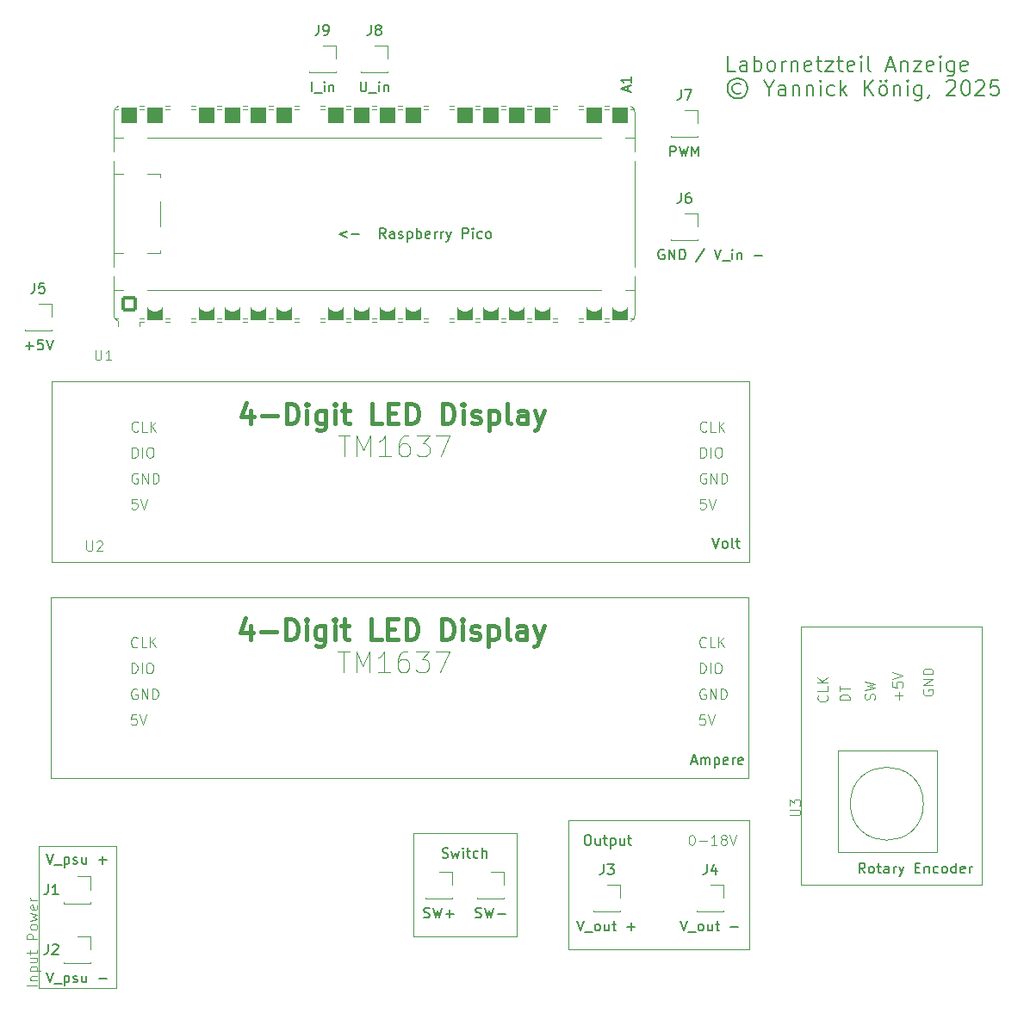
<source format=gto>
%TF.GenerationSoftware,KiCad,Pcbnew,9.0.2*%
%TF.CreationDate,2025-06-04T18:26:56+02:00*%
%TF.ProjectId,schaltung_labor_netzteil_display,73636861-6c74-4756-9e67-5f6c61626f72,rev?*%
%TF.SameCoordinates,Original*%
%TF.FileFunction,Legend,Top*%
%TF.FilePolarity,Positive*%
%FSLAX46Y46*%
G04 Gerber Fmt 4.6, Leading zero omitted, Abs format (unit mm)*
G04 Created by KiCad (PCBNEW 9.0.2) date 2025-06-04 18:26:56*
%MOMM*%
%LPD*%
G01*
G04 APERTURE LIST*
G04 Aperture macros list*
%AMRoundRect*
0 Rectangle with rounded corners*
0 $1 Rounding radius*
0 $2 $3 $4 $5 $6 $7 $8 $9 X,Y pos of 4 corners*
0 Add a 4 corners polygon primitive as box body*
4,1,4,$2,$3,$4,$5,$6,$7,$8,$9,$2,$3,0*
0 Add four circle primitives for the rounded corners*
1,1,$1+$1,$2,$3*
1,1,$1+$1,$4,$5*
1,1,$1+$1,$6,$7*
1,1,$1+$1,$8,$9*
0 Add four rect primitives between the rounded corners*
20,1,$1+$1,$2,$3,$4,$5,0*
20,1,$1+$1,$4,$5,$6,$7,0*
20,1,$1+$1,$6,$7,$8,$9,0*
20,1,$1+$1,$8,$9,$2,$3,0*%
%AMFreePoly0*
4,1,37,0.800000,0.796148,0.878414,0.796148,1.032228,0.765552,1.177117,0.705537,1.307515,0.618408,1.418408,0.507515,1.505537,0.377117,1.565552,0.232228,1.596148,0.078414,1.596148,-0.078414,1.565552,-0.232228,1.505537,-0.377117,1.418408,-0.507515,1.307515,-0.618408,1.177117,-0.705537,1.032228,-0.765552,0.878414,-0.796148,0.800000,-0.796148,0.800000,-0.800000,-1.400000,-0.800000,
-1.403843,-0.796157,-1.439018,-0.796157,-1.511114,-0.766294,-1.566294,-0.711114,-1.596157,-0.639018,-1.596157,-0.603843,-1.600000,-0.600000,-1.600000,0.600000,-1.596157,0.603843,-1.596157,0.639018,-1.566294,0.711114,-1.511114,0.766294,-1.439018,0.796157,-1.403843,0.796157,-1.400000,0.800000,0.800000,0.800000,0.800000,0.796148,0.800000,0.796148,$1*%
%AMFreePoly1*
4,1,37,1.403843,0.796157,1.439018,0.796157,1.511114,0.766294,1.566294,0.711114,1.596157,0.639018,1.596157,0.603843,1.600000,0.600000,1.600000,-0.600000,1.596157,-0.603843,1.596157,-0.639018,1.566294,-0.711114,1.511114,-0.766294,1.439018,-0.796157,1.403843,-0.796157,1.400000,-0.800000,-0.800000,-0.800000,-0.800000,-0.796148,-0.878414,-0.796148,-1.032228,-0.765552,-1.177117,-0.705537,
-1.307515,-0.618408,-1.418408,-0.507515,-1.505537,-0.377117,-1.565552,-0.232228,-1.596148,-0.078414,-1.596148,0.078414,-1.565552,0.232228,-1.505537,0.377117,-1.418408,0.507515,-1.307515,0.618408,-1.177117,0.705537,-1.032228,0.765552,-0.878414,0.796148,-0.800000,0.796148,-0.800000,0.800000,1.400000,0.800000,1.403843,0.796157,1.403843,0.796157,$1*%
%AMFreePoly2*
4,1,37,0.603843,0.796157,0.639018,0.796157,0.711114,0.766294,0.766294,0.711114,0.796157,0.639018,0.796157,0.603843,0.800000,0.600000,0.800000,-0.600000,0.796157,-0.603843,0.796157,-0.639018,0.766294,-0.711114,0.711114,-0.766294,0.639018,-0.796157,0.603843,-0.796157,0.600000,-0.800000,0.000000,-0.800000,0.000000,-0.796148,-0.078414,-0.796148,-0.232228,-0.765552,-0.377117,-0.705537,
-0.507515,-0.618408,-0.618408,-0.507515,-0.705537,-0.377117,-0.765552,-0.232228,-0.796148,-0.078414,-0.796148,0.078414,-0.765552,0.232228,-0.705537,0.377117,-0.618408,0.507515,-0.507515,0.618408,-0.377117,0.705537,-0.232228,0.765552,-0.078414,0.796148,0.000000,0.796148,0.000000,0.800000,0.600000,0.800000,0.603843,0.796157,0.603843,0.796157,$1*%
%AMFreePoly3*
4,1,37,0.000000,0.796148,0.078414,0.796148,0.232228,0.765552,0.377117,0.705537,0.507515,0.618408,0.618408,0.507515,0.705537,0.377117,0.765552,0.232228,0.796148,0.078414,0.796148,-0.078414,0.765552,-0.232228,0.705537,-0.377117,0.618408,-0.507515,0.507515,-0.618408,0.377117,-0.705537,0.232228,-0.765552,0.078414,-0.796148,0.000000,-0.796148,0.000000,-0.800000,-0.600000,-0.800000,
-0.603843,-0.796157,-0.639018,-0.796157,-0.711114,-0.766294,-0.766294,-0.711114,-0.796157,-0.639018,-0.796157,-0.603843,-0.800000,-0.600000,-0.800000,0.600000,-0.796157,0.603843,-0.796157,0.639018,-0.766294,0.711114,-0.711114,0.766294,-0.639018,0.796157,-0.603843,0.796157,-0.600000,0.800000,0.000000,0.800000,0.000000,0.796148,0.000000,0.796148,$1*%
G04 Aperture macros list end*
%ADD10C,0.200000*%
%ADD11C,0.187500*%
%ADD12C,0.100000*%
%ADD13C,0.150000*%
%ADD14C,0.400000*%
%ADD15C,0.120000*%
%ADD16R,1.700000X1.700000*%
%ADD17C,2.032000*%
%ADD18C,1.900000*%
%ADD19C,2.200000*%
%ADD20C,1.850000*%
%ADD21FreePoly0,90.000000*%
%ADD22RoundRect,0.200000X0.600000X-0.600000X0.600000X0.600000X-0.600000X0.600000X-0.600000X-0.600000X0*%
%ADD23RoundRect,0.800000X0.000010X-0.800000X0.000010X0.800000X-0.000010X0.800000X-0.000010X-0.800000X0*%
%ADD24C,1.600000*%
%ADD25FreePoly1,90.000000*%
%ADD26FreePoly2,90.000000*%
%ADD27FreePoly3,90.000000*%
G04 APERTURE END LIST*
D10*
X243291494Y-91991824D02*
X243767684Y-91991824D01*
X243196256Y-92277539D02*
X243529589Y-91277539D01*
X243529589Y-91277539D02*
X243862922Y-92277539D01*
X244196256Y-92277539D02*
X244196256Y-91610872D01*
X244196256Y-91706110D02*
X244243875Y-91658491D01*
X244243875Y-91658491D02*
X244339113Y-91610872D01*
X244339113Y-91610872D02*
X244481970Y-91610872D01*
X244481970Y-91610872D02*
X244577208Y-91658491D01*
X244577208Y-91658491D02*
X244624827Y-91753729D01*
X244624827Y-91753729D02*
X244624827Y-92277539D01*
X244624827Y-91753729D02*
X244672446Y-91658491D01*
X244672446Y-91658491D02*
X244767684Y-91610872D01*
X244767684Y-91610872D02*
X244910541Y-91610872D01*
X244910541Y-91610872D02*
X245005780Y-91658491D01*
X245005780Y-91658491D02*
X245053399Y-91753729D01*
X245053399Y-91753729D02*
X245053399Y-92277539D01*
X245529589Y-91610872D02*
X245529589Y-92610872D01*
X245529589Y-91658491D02*
X245624827Y-91610872D01*
X245624827Y-91610872D02*
X245815303Y-91610872D01*
X245815303Y-91610872D02*
X245910541Y-91658491D01*
X245910541Y-91658491D02*
X245958160Y-91706110D01*
X245958160Y-91706110D02*
X246005779Y-91801348D01*
X246005779Y-91801348D02*
X246005779Y-92087062D01*
X246005779Y-92087062D02*
X245958160Y-92182300D01*
X245958160Y-92182300D02*
X245910541Y-92229920D01*
X245910541Y-92229920D02*
X245815303Y-92277539D01*
X245815303Y-92277539D02*
X245624827Y-92277539D01*
X245624827Y-92277539D02*
X245529589Y-92229920D01*
X246815303Y-92229920D02*
X246720065Y-92277539D01*
X246720065Y-92277539D02*
X246529589Y-92277539D01*
X246529589Y-92277539D02*
X246434351Y-92229920D01*
X246434351Y-92229920D02*
X246386732Y-92134681D01*
X246386732Y-92134681D02*
X246386732Y-91753729D01*
X246386732Y-91753729D02*
X246434351Y-91658491D01*
X246434351Y-91658491D02*
X246529589Y-91610872D01*
X246529589Y-91610872D02*
X246720065Y-91610872D01*
X246720065Y-91610872D02*
X246815303Y-91658491D01*
X246815303Y-91658491D02*
X246862922Y-91753729D01*
X246862922Y-91753729D02*
X246862922Y-91848967D01*
X246862922Y-91848967D02*
X246386732Y-91944205D01*
X247291494Y-92277539D02*
X247291494Y-91610872D01*
X247291494Y-91801348D02*
X247339113Y-91706110D01*
X247339113Y-91706110D02*
X247386732Y-91658491D01*
X247386732Y-91658491D02*
X247481970Y-91610872D01*
X247481970Y-91610872D02*
X247577208Y-91610872D01*
X248291494Y-92229920D02*
X248196256Y-92277539D01*
X248196256Y-92277539D02*
X248005780Y-92277539D01*
X248005780Y-92277539D02*
X247910542Y-92229920D01*
X247910542Y-92229920D02*
X247862923Y-92134681D01*
X247862923Y-92134681D02*
X247862923Y-91753729D01*
X247862923Y-91753729D02*
X247910542Y-91658491D01*
X247910542Y-91658491D02*
X248005780Y-91610872D01*
X248005780Y-91610872D02*
X248196256Y-91610872D01*
X248196256Y-91610872D02*
X248291494Y-91658491D01*
X248291494Y-91658491D02*
X248339113Y-91753729D01*
X248339113Y-91753729D02*
X248339113Y-91848967D01*
X248339113Y-91848967D02*
X247862923Y-91944205D01*
X245336816Y-69987219D02*
X245670149Y-70987219D01*
X245670149Y-70987219D02*
X246003482Y-69987219D01*
X246479673Y-70987219D02*
X246384435Y-70939600D01*
X246384435Y-70939600D02*
X246336816Y-70891980D01*
X246336816Y-70891980D02*
X246289197Y-70796742D01*
X246289197Y-70796742D02*
X246289197Y-70511028D01*
X246289197Y-70511028D02*
X246336816Y-70415790D01*
X246336816Y-70415790D02*
X246384435Y-70368171D01*
X246384435Y-70368171D02*
X246479673Y-70320552D01*
X246479673Y-70320552D02*
X246622530Y-70320552D01*
X246622530Y-70320552D02*
X246717768Y-70368171D01*
X246717768Y-70368171D02*
X246765387Y-70415790D01*
X246765387Y-70415790D02*
X246813006Y-70511028D01*
X246813006Y-70511028D02*
X246813006Y-70796742D01*
X246813006Y-70796742D02*
X246765387Y-70891980D01*
X246765387Y-70891980D02*
X246717768Y-70939600D01*
X246717768Y-70939600D02*
X246622530Y-70987219D01*
X246622530Y-70987219D02*
X246479673Y-70987219D01*
X247384435Y-70987219D02*
X247289197Y-70939600D01*
X247289197Y-70939600D02*
X247241578Y-70844361D01*
X247241578Y-70844361D02*
X247241578Y-69987219D01*
X247622531Y-70320552D02*
X248003483Y-70320552D01*
X247765388Y-69987219D02*
X247765388Y-70844361D01*
X247765388Y-70844361D02*
X247813007Y-70939600D01*
X247813007Y-70939600D02*
X247908245Y-70987219D01*
X247908245Y-70987219D02*
X248003483Y-70987219D01*
D11*
X247574783Y-24061762D02*
X246860497Y-24061762D01*
X246860497Y-24061762D02*
X246860497Y-22561762D01*
X248717641Y-24061762D02*
X248717641Y-23276048D01*
X248717641Y-23276048D02*
X248646212Y-23133191D01*
X248646212Y-23133191D02*
X248503355Y-23061762D01*
X248503355Y-23061762D02*
X248217641Y-23061762D01*
X248217641Y-23061762D02*
X248074783Y-23133191D01*
X248717641Y-23990334D02*
X248574783Y-24061762D01*
X248574783Y-24061762D02*
X248217641Y-24061762D01*
X248217641Y-24061762D02*
X248074783Y-23990334D01*
X248074783Y-23990334D02*
X248003355Y-23847476D01*
X248003355Y-23847476D02*
X248003355Y-23704619D01*
X248003355Y-23704619D02*
X248074783Y-23561762D01*
X248074783Y-23561762D02*
X248217641Y-23490334D01*
X248217641Y-23490334D02*
X248574783Y-23490334D01*
X248574783Y-23490334D02*
X248717641Y-23418905D01*
X249431926Y-24061762D02*
X249431926Y-22561762D01*
X249431926Y-23133191D02*
X249574784Y-23061762D01*
X249574784Y-23061762D02*
X249860498Y-23061762D01*
X249860498Y-23061762D02*
X250003355Y-23133191D01*
X250003355Y-23133191D02*
X250074784Y-23204619D01*
X250074784Y-23204619D02*
X250146212Y-23347476D01*
X250146212Y-23347476D02*
X250146212Y-23776048D01*
X250146212Y-23776048D02*
X250074784Y-23918905D01*
X250074784Y-23918905D02*
X250003355Y-23990334D01*
X250003355Y-23990334D02*
X249860498Y-24061762D01*
X249860498Y-24061762D02*
X249574784Y-24061762D01*
X249574784Y-24061762D02*
X249431926Y-23990334D01*
X251003355Y-24061762D02*
X250860498Y-23990334D01*
X250860498Y-23990334D02*
X250789069Y-23918905D01*
X250789069Y-23918905D02*
X250717641Y-23776048D01*
X250717641Y-23776048D02*
X250717641Y-23347476D01*
X250717641Y-23347476D02*
X250789069Y-23204619D01*
X250789069Y-23204619D02*
X250860498Y-23133191D01*
X250860498Y-23133191D02*
X251003355Y-23061762D01*
X251003355Y-23061762D02*
X251217641Y-23061762D01*
X251217641Y-23061762D02*
X251360498Y-23133191D01*
X251360498Y-23133191D02*
X251431927Y-23204619D01*
X251431927Y-23204619D02*
X251503355Y-23347476D01*
X251503355Y-23347476D02*
X251503355Y-23776048D01*
X251503355Y-23776048D02*
X251431927Y-23918905D01*
X251431927Y-23918905D02*
X251360498Y-23990334D01*
X251360498Y-23990334D02*
X251217641Y-24061762D01*
X251217641Y-24061762D02*
X251003355Y-24061762D01*
X252146212Y-24061762D02*
X252146212Y-23061762D01*
X252146212Y-23347476D02*
X252217641Y-23204619D01*
X252217641Y-23204619D02*
X252289070Y-23133191D01*
X252289070Y-23133191D02*
X252431927Y-23061762D01*
X252431927Y-23061762D02*
X252574784Y-23061762D01*
X253074783Y-23061762D02*
X253074783Y-24061762D01*
X253074783Y-23204619D02*
X253146212Y-23133191D01*
X253146212Y-23133191D02*
X253289069Y-23061762D01*
X253289069Y-23061762D02*
X253503355Y-23061762D01*
X253503355Y-23061762D02*
X253646212Y-23133191D01*
X253646212Y-23133191D02*
X253717641Y-23276048D01*
X253717641Y-23276048D02*
X253717641Y-24061762D01*
X255003355Y-23990334D02*
X254860498Y-24061762D01*
X254860498Y-24061762D02*
X254574784Y-24061762D01*
X254574784Y-24061762D02*
X254431926Y-23990334D01*
X254431926Y-23990334D02*
X254360498Y-23847476D01*
X254360498Y-23847476D02*
X254360498Y-23276048D01*
X254360498Y-23276048D02*
X254431926Y-23133191D01*
X254431926Y-23133191D02*
X254574784Y-23061762D01*
X254574784Y-23061762D02*
X254860498Y-23061762D01*
X254860498Y-23061762D02*
X255003355Y-23133191D01*
X255003355Y-23133191D02*
X255074784Y-23276048D01*
X255074784Y-23276048D02*
X255074784Y-23418905D01*
X255074784Y-23418905D02*
X254360498Y-23561762D01*
X255503355Y-23061762D02*
X256074783Y-23061762D01*
X255717640Y-22561762D02*
X255717640Y-23847476D01*
X255717640Y-23847476D02*
X255789069Y-23990334D01*
X255789069Y-23990334D02*
X255931926Y-24061762D01*
X255931926Y-24061762D02*
X256074783Y-24061762D01*
X256431926Y-23061762D02*
X257217641Y-23061762D01*
X257217641Y-23061762D02*
X256431926Y-24061762D01*
X256431926Y-24061762D02*
X257217641Y-24061762D01*
X257574784Y-23061762D02*
X258146212Y-23061762D01*
X257789069Y-22561762D02*
X257789069Y-23847476D01*
X257789069Y-23847476D02*
X257860498Y-23990334D01*
X257860498Y-23990334D02*
X258003355Y-24061762D01*
X258003355Y-24061762D02*
X258146212Y-24061762D01*
X259217641Y-23990334D02*
X259074784Y-24061762D01*
X259074784Y-24061762D02*
X258789070Y-24061762D01*
X258789070Y-24061762D02*
X258646212Y-23990334D01*
X258646212Y-23990334D02*
X258574784Y-23847476D01*
X258574784Y-23847476D02*
X258574784Y-23276048D01*
X258574784Y-23276048D02*
X258646212Y-23133191D01*
X258646212Y-23133191D02*
X258789070Y-23061762D01*
X258789070Y-23061762D02*
X259074784Y-23061762D01*
X259074784Y-23061762D02*
X259217641Y-23133191D01*
X259217641Y-23133191D02*
X259289070Y-23276048D01*
X259289070Y-23276048D02*
X259289070Y-23418905D01*
X259289070Y-23418905D02*
X258574784Y-23561762D01*
X259931926Y-24061762D02*
X259931926Y-23061762D01*
X259931926Y-22561762D02*
X259860498Y-22633191D01*
X259860498Y-22633191D02*
X259931926Y-22704619D01*
X259931926Y-22704619D02*
X260003355Y-22633191D01*
X260003355Y-22633191D02*
X259931926Y-22561762D01*
X259931926Y-22561762D02*
X259931926Y-22704619D01*
X260860498Y-24061762D02*
X260717641Y-23990334D01*
X260717641Y-23990334D02*
X260646212Y-23847476D01*
X260646212Y-23847476D02*
X260646212Y-22561762D01*
X262503355Y-23633191D02*
X263217641Y-23633191D01*
X262360498Y-24061762D02*
X262860498Y-22561762D01*
X262860498Y-22561762D02*
X263360498Y-24061762D01*
X263860497Y-23061762D02*
X263860497Y-24061762D01*
X263860497Y-23204619D02*
X263931926Y-23133191D01*
X263931926Y-23133191D02*
X264074783Y-23061762D01*
X264074783Y-23061762D02*
X264289069Y-23061762D01*
X264289069Y-23061762D02*
X264431926Y-23133191D01*
X264431926Y-23133191D02*
X264503355Y-23276048D01*
X264503355Y-23276048D02*
X264503355Y-24061762D01*
X265074783Y-23061762D02*
X265860498Y-23061762D01*
X265860498Y-23061762D02*
X265074783Y-24061762D01*
X265074783Y-24061762D02*
X265860498Y-24061762D01*
X267003355Y-23990334D02*
X266860498Y-24061762D01*
X266860498Y-24061762D02*
X266574784Y-24061762D01*
X266574784Y-24061762D02*
X266431926Y-23990334D01*
X266431926Y-23990334D02*
X266360498Y-23847476D01*
X266360498Y-23847476D02*
X266360498Y-23276048D01*
X266360498Y-23276048D02*
X266431926Y-23133191D01*
X266431926Y-23133191D02*
X266574784Y-23061762D01*
X266574784Y-23061762D02*
X266860498Y-23061762D01*
X266860498Y-23061762D02*
X267003355Y-23133191D01*
X267003355Y-23133191D02*
X267074784Y-23276048D01*
X267074784Y-23276048D02*
X267074784Y-23418905D01*
X267074784Y-23418905D02*
X266360498Y-23561762D01*
X267717640Y-24061762D02*
X267717640Y-23061762D01*
X267717640Y-22561762D02*
X267646212Y-22633191D01*
X267646212Y-22633191D02*
X267717640Y-22704619D01*
X267717640Y-22704619D02*
X267789069Y-22633191D01*
X267789069Y-22633191D02*
X267717640Y-22561762D01*
X267717640Y-22561762D02*
X267717640Y-22704619D01*
X269074784Y-23061762D02*
X269074784Y-24276048D01*
X269074784Y-24276048D02*
X269003355Y-24418905D01*
X269003355Y-24418905D02*
X268931926Y-24490334D01*
X268931926Y-24490334D02*
X268789069Y-24561762D01*
X268789069Y-24561762D02*
X268574784Y-24561762D01*
X268574784Y-24561762D02*
X268431926Y-24490334D01*
X269074784Y-23990334D02*
X268931926Y-24061762D01*
X268931926Y-24061762D02*
X268646212Y-24061762D01*
X268646212Y-24061762D02*
X268503355Y-23990334D01*
X268503355Y-23990334D02*
X268431926Y-23918905D01*
X268431926Y-23918905D02*
X268360498Y-23776048D01*
X268360498Y-23776048D02*
X268360498Y-23347476D01*
X268360498Y-23347476D02*
X268431926Y-23204619D01*
X268431926Y-23204619D02*
X268503355Y-23133191D01*
X268503355Y-23133191D02*
X268646212Y-23061762D01*
X268646212Y-23061762D02*
X268931926Y-23061762D01*
X268931926Y-23061762D02*
X269074784Y-23133191D01*
X270360498Y-23990334D02*
X270217641Y-24061762D01*
X270217641Y-24061762D02*
X269931927Y-24061762D01*
X269931927Y-24061762D02*
X269789069Y-23990334D01*
X269789069Y-23990334D02*
X269717641Y-23847476D01*
X269717641Y-23847476D02*
X269717641Y-23276048D01*
X269717641Y-23276048D02*
X269789069Y-23133191D01*
X269789069Y-23133191D02*
X269931927Y-23061762D01*
X269931927Y-23061762D02*
X270217641Y-23061762D01*
X270217641Y-23061762D02*
X270360498Y-23133191D01*
X270360498Y-23133191D02*
X270431927Y-23276048D01*
X270431927Y-23276048D02*
X270431927Y-23418905D01*
X270431927Y-23418905D02*
X269717641Y-23561762D01*
X248074783Y-25333821D02*
X247931926Y-25262392D01*
X247931926Y-25262392D02*
X247646212Y-25262392D01*
X247646212Y-25262392D02*
X247503355Y-25333821D01*
X247503355Y-25333821D02*
X247360497Y-25476678D01*
X247360497Y-25476678D02*
X247289069Y-25619535D01*
X247289069Y-25619535D02*
X247289069Y-25905250D01*
X247289069Y-25905250D02*
X247360497Y-26048107D01*
X247360497Y-26048107D02*
X247503355Y-26190964D01*
X247503355Y-26190964D02*
X247646212Y-26262392D01*
X247646212Y-26262392D02*
X247931926Y-26262392D01*
X247931926Y-26262392D02*
X248074783Y-26190964D01*
X247789069Y-24762392D02*
X247431926Y-24833821D01*
X247431926Y-24833821D02*
X247074783Y-25048107D01*
X247074783Y-25048107D02*
X246860497Y-25405250D01*
X246860497Y-25405250D02*
X246789069Y-25762392D01*
X246789069Y-25762392D02*
X246860497Y-26119535D01*
X246860497Y-26119535D02*
X247074783Y-26476678D01*
X247074783Y-26476678D02*
X247431926Y-26690964D01*
X247431926Y-26690964D02*
X247789069Y-26762392D01*
X247789069Y-26762392D02*
X248146212Y-26690964D01*
X248146212Y-26690964D02*
X248503355Y-26476678D01*
X248503355Y-26476678D02*
X248717640Y-26119535D01*
X248717640Y-26119535D02*
X248789069Y-25762392D01*
X248789069Y-25762392D02*
X248717640Y-25405250D01*
X248717640Y-25405250D02*
X248503355Y-25048107D01*
X248503355Y-25048107D02*
X248146212Y-24833821D01*
X248146212Y-24833821D02*
X247789069Y-24762392D01*
X250860498Y-25762392D02*
X250860498Y-26476678D01*
X250360498Y-24976678D02*
X250860498Y-25762392D01*
X250860498Y-25762392D02*
X251360498Y-24976678D01*
X252503355Y-26476678D02*
X252503355Y-25690964D01*
X252503355Y-25690964D02*
X252431926Y-25548107D01*
X252431926Y-25548107D02*
X252289069Y-25476678D01*
X252289069Y-25476678D02*
X252003355Y-25476678D01*
X252003355Y-25476678D02*
X251860497Y-25548107D01*
X252503355Y-26405250D02*
X252360497Y-26476678D01*
X252360497Y-26476678D02*
X252003355Y-26476678D01*
X252003355Y-26476678D02*
X251860497Y-26405250D01*
X251860497Y-26405250D02*
X251789069Y-26262392D01*
X251789069Y-26262392D02*
X251789069Y-26119535D01*
X251789069Y-26119535D02*
X251860497Y-25976678D01*
X251860497Y-25976678D02*
X252003355Y-25905250D01*
X252003355Y-25905250D02*
X252360497Y-25905250D01*
X252360497Y-25905250D02*
X252503355Y-25833821D01*
X253217640Y-25476678D02*
X253217640Y-26476678D01*
X253217640Y-25619535D02*
X253289069Y-25548107D01*
X253289069Y-25548107D02*
X253431926Y-25476678D01*
X253431926Y-25476678D02*
X253646212Y-25476678D01*
X253646212Y-25476678D02*
X253789069Y-25548107D01*
X253789069Y-25548107D02*
X253860498Y-25690964D01*
X253860498Y-25690964D02*
X253860498Y-26476678D01*
X254574783Y-25476678D02*
X254574783Y-26476678D01*
X254574783Y-25619535D02*
X254646212Y-25548107D01*
X254646212Y-25548107D02*
X254789069Y-25476678D01*
X254789069Y-25476678D02*
X255003355Y-25476678D01*
X255003355Y-25476678D02*
X255146212Y-25548107D01*
X255146212Y-25548107D02*
X255217641Y-25690964D01*
X255217641Y-25690964D02*
X255217641Y-26476678D01*
X255931926Y-26476678D02*
X255931926Y-25476678D01*
X255931926Y-24976678D02*
X255860498Y-25048107D01*
X255860498Y-25048107D02*
X255931926Y-25119535D01*
X255931926Y-25119535D02*
X256003355Y-25048107D01*
X256003355Y-25048107D02*
X255931926Y-24976678D01*
X255931926Y-24976678D02*
X255931926Y-25119535D01*
X257289070Y-26405250D02*
X257146212Y-26476678D01*
X257146212Y-26476678D02*
X256860498Y-26476678D01*
X256860498Y-26476678D02*
X256717641Y-26405250D01*
X256717641Y-26405250D02*
X256646212Y-26333821D01*
X256646212Y-26333821D02*
X256574784Y-26190964D01*
X256574784Y-26190964D02*
X256574784Y-25762392D01*
X256574784Y-25762392D02*
X256646212Y-25619535D01*
X256646212Y-25619535D02*
X256717641Y-25548107D01*
X256717641Y-25548107D02*
X256860498Y-25476678D01*
X256860498Y-25476678D02*
X257146212Y-25476678D01*
X257146212Y-25476678D02*
X257289070Y-25548107D01*
X257931926Y-26476678D02*
X257931926Y-24976678D01*
X258074784Y-25905250D02*
X258503355Y-26476678D01*
X258503355Y-25476678D02*
X257931926Y-26048107D01*
X260289069Y-26476678D02*
X260289069Y-24976678D01*
X261146212Y-26476678D02*
X260503355Y-25619535D01*
X261146212Y-24976678D02*
X260289069Y-25833821D01*
X262003355Y-26476678D02*
X261860498Y-26405250D01*
X261860498Y-26405250D02*
X261789069Y-26333821D01*
X261789069Y-26333821D02*
X261717641Y-26190964D01*
X261717641Y-26190964D02*
X261717641Y-25762392D01*
X261717641Y-25762392D02*
X261789069Y-25619535D01*
X261789069Y-25619535D02*
X261860498Y-25548107D01*
X261860498Y-25548107D02*
X262003355Y-25476678D01*
X262003355Y-25476678D02*
X262217641Y-25476678D01*
X262217641Y-25476678D02*
X262360498Y-25548107D01*
X262360498Y-25548107D02*
X262431927Y-25619535D01*
X262431927Y-25619535D02*
X262503355Y-25762392D01*
X262503355Y-25762392D02*
X262503355Y-26190964D01*
X262503355Y-26190964D02*
X262431927Y-26333821D01*
X262431927Y-26333821D02*
X262360498Y-26405250D01*
X262360498Y-26405250D02*
X262217641Y-26476678D01*
X262217641Y-26476678D02*
X262003355Y-26476678D01*
X261860498Y-24976678D02*
X261931927Y-25048107D01*
X261931927Y-25048107D02*
X261860498Y-25119535D01*
X261860498Y-25119535D02*
X261789069Y-25048107D01*
X261789069Y-25048107D02*
X261860498Y-24976678D01*
X261860498Y-24976678D02*
X261860498Y-25119535D01*
X262431927Y-24976678D02*
X262503355Y-25048107D01*
X262503355Y-25048107D02*
X262431927Y-25119535D01*
X262431927Y-25119535D02*
X262360498Y-25048107D01*
X262360498Y-25048107D02*
X262431927Y-24976678D01*
X262431927Y-24976678D02*
X262431927Y-25119535D01*
X263146212Y-25476678D02*
X263146212Y-26476678D01*
X263146212Y-25619535D02*
X263217641Y-25548107D01*
X263217641Y-25548107D02*
X263360498Y-25476678D01*
X263360498Y-25476678D02*
X263574784Y-25476678D01*
X263574784Y-25476678D02*
X263717641Y-25548107D01*
X263717641Y-25548107D02*
X263789070Y-25690964D01*
X263789070Y-25690964D02*
X263789070Y-26476678D01*
X264503355Y-26476678D02*
X264503355Y-25476678D01*
X264503355Y-24976678D02*
X264431927Y-25048107D01*
X264431927Y-25048107D02*
X264503355Y-25119535D01*
X264503355Y-25119535D02*
X264574784Y-25048107D01*
X264574784Y-25048107D02*
X264503355Y-24976678D01*
X264503355Y-24976678D02*
X264503355Y-25119535D01*
X265860499Y-25476678D02*
X265860499Y-26690964D01*
X265860499Y-26690964D02*
X265789070Y-26833821D01*
X265789070Y-26833821D02*
X265717641Y-26905250D01*
X265717641Y-26905250D02*
X265574784Y-26976678D01*
X265574784Y-26976678D02*
X265360499Y-26976678D01*
X265360499Y-26976678D02*
X265217641Y-26905250D01*
X265860499Y-26405250D02*
X265717641Y-26476678D01*
X265717641Y-26476678D02*
X265431927Y-26476678D01*
X265431927Y-26476678D02*
X265289070Y-26405250D01*
X265289070Y-26405250D02*
X265217641Y-26333821D01*
X265217641Y-26333821D02*
X265146213Y-26190964D01*
X265146213Y-26190964D02*
X265146213Y-25762392D01*
X265146213Y-25762392D02*
X265217641Y-25619535D01*
X265217641Y-25619535D02*
X265289070Y-25548107D01*
X265289070Y-25548107D02*
X265431927Y-25476678D01*
X265431927Y-25476678D02*
X265717641Y-25476678D01*
X265717641Y-25476678D02*
X265860499Y-25548107D01*
X266646213Y-26405250D02*
X266646213Y-26476678D01*
X266646213Y-26476678D02*
X266574784Y-26619535D01*
X266574784Y-26619535D02*
X266503356Y-26690964D01*
X268360499Y-25119535D02*
X268431927Y-25048107D01*
X268431927Y-25048107D02*
X268574785Y-24976678D01*
X268574785Y-24976678D02*
X268931927Y-24976678D01*
X268931927Y-24976678D02*
X269074785Y-25048107D01*
X269074785Y-25048107D02*
X269146213Y-25119535D01*
X269146213Y-25119535D02*
X269217642Y-25262392D01*
X269217642Y-25262392D02*
X269217642Y-25405250D01*
X269217642Y-25405250D02*
X269146213Y-25619535D01*
X269146213Y-25619535D02*
X268289070Y-26476678D01*
X268289070Y-26476678D02*
X269217642Y-26476678D01*
X270146213Y-24976678D02*
X270289070Y-24976678D01*
X270289070Y-24976678D02*
X270431927Y-25048107D01*
X270431927Y-25048107D02*
X270503356Y-25119535D01*
X270503356Y-25119535D02*
X270574784Y-25262392D01*
X270574784Y-25262392D02*
X270646213Y-25548107D01*
X270646213Y-25548107D02*
X270646213Y-25905250D01*
X270646213Y-25905250D02*
X270574784Y-26190964D01*
X270574784Y-26190964D02*
X270503356Y-26333821D01*
X270503356Y-26333821D02*
X270431927Y-26405250D01*
X270431927Y-26405250D02*
X270289070Y-26476678D01*
X270289070Y-26476678D02*
X270146213Y-26476678D01*
X270146213Y-26476678D02*
X270003356Y-26405250D01*
X270003356Y-26405250D02*
X269931927Y-26333821D01*
X269931927Y-26333821D02*
X269860498Y-26190964D01*
X269860498Y-26190964D02*
X269789070Y-25905250D01*
X269789070Y-25905250D02*
X269789070Y-25548107D01*
X269789070Y-25548107D02*
X269860498Y-25262392D01*
X269860498Y-25262392D02*
X269931927Y-25119535D01*
X269931927Y-25119535D02*
X270003356Y-25048107D01*
X270003356Y-25048107D02*
X270146213Y-24976678D01*
X271217641Y-25119535D02*
X271289069Y-25048107D01*
X271289069Y-25048107D02*
X271431927Y-24976678D01*
X271431927Y-24976678D02*
X271789069Y-24976678D01*
X271789069Y-24976678D02*
X271931927Y-25048107D01*
X271931927Y-25048107D02*
X272003355Y-25119535D01*
X272003355Y-25119535D02*
X272074784Y-25262392D01*
X272074784Y-25262392D02*
X272074784Y-25405250D01*
X272074784Y-25405250D02*
X272003355Y-25619535D01*
X272003355Y-25619535D02*
X271146212Y-26476678D01*
X271146212Y-26476678D02*
X272074784Y-26476678D01*
X273431926Y-24976678D02*
X272717640Y-24976678D01*
X272717640Y-24976678D02*
X272646212Y-25690964D01*
X272646212Y-25690964D02*
X272717640Y-25619535D01*
X272717640Y-25619535D02*
X272860498Y-25548107D01*
X272860498Y-25548107D02*
X273217640Y-25548107D01*
X273217640Y-25548107D02*
X273360498Y-25619535D01*
X273360498Y-25619535D02*
X273431926Y-25690964D01*
X273431926Y-25690964D02*
X273503355Y-25833821D01*
X273503355Y-25833821D02*
X273503355Y-26190964D01*
X273503355Y-26190964D02*
X273431926Y-26333821D01*
X273431926Y-26333821D02*
X273360498Y-26405250D01*
X273360498Y-26405250D02*
X273217640Y-26476678D01*
X273217640Y-26476678D02*
X272860498Y-26476678D01*
X272860498Y-26476678D02*
X272717640Y-26405250D01*
X272717640Y-26405250D02*
X272646212Y-26333821D01*
D12*
X215900000Y-99060000D02*
X215900000Y-109220000D01*
X215900000Y-99060000D01*
X215900000Y-99060000D02*
X226060000Y-99060000D01*
X215900000Y-99060000D01*
X186690000Y-100330000D02*
X179070000Y-100330000D01*
X179070000Y-100330000D02*
X186690000Y-100330000D01*
X179070000Y-100330000D01*
X231140000Y-97790000D02*
X248920000Y-97790000D01*
X248920000Y-110490000D01*
X231140000Y-110490000D01*
X231140000Y-97790000D01*
X215900000Y-109220000D02*
X226060000Y-109220000D01*
X215900000Y-109220000D01*
X179070000Y-100330000D02*
X186690000Y-100330000D01*
X179070000Y-100330000D01*
X179070000Y-114300000D02*
X186690000Y-114300000D01*
X179070000Y-114300000D01*
X226060000Y-99060000D02*
X226060000Y-109220000D01*
X226060000Y-99060000D01*
X186690000Y-114300000D02*
X186690000Y-100330000D01*
X179070000Y-114300000D02*
X179070000Y-100330000D01*
D10*
X232970149Y-99197219D02*
X233160625Y-99197219D01*
X233160625Y-99197219D02*
X233255863Y-99244838D01*
X233255863Y-99244838D02*
X233351101Y-99340076D01*
X233351101Y-99340076D02*
X233398720Y-99530552D01*
X233398720Y-99530552D02*
X233398720Y-99863885D01*
X233398720Y-99863885D02*
X233351101Y-100054361D01*
X233351101Y-100054361D02*
X233255863Y-100149600D01*
X233255863Y-100149600D02*
X233160625Y-100197219D01*
X233160625Y-100197219D02*
X232970149Y-100197219D01*
X232970149Y-100197219D02*
X232874911Y-100149600D01*
X232874911Y-100149600D02*
X232779673Y-100054361D01*
X232779673Y-100054361D02*
X232732054Y-99863885D01*
X232732054Y-99863885D02*
X232732054Y-99530552D01*
X232732054Y-99530552D02*
X232779673Y-99340076D01*
X232779673Y-99340076D02*
X232874911Y-99244838D01*
X232874911Y-99244838D02*
X232970149Y-99197219D01*
X234255863Y-99530552D02*
X234255863Y-100197219D01*
X233827292Y-99530552D02*
X233827292Y-100054361D01*
X233827292Y-100054361D02*
X233874911Y-100149600D01*
X233874911Y-100149600D02*
X233970149Y-100197219D01*
X233970149Y-100197219D02*
X234113006Y-100197219D01*
X234113006Y-100197219D02*
X234208244Y-100149600D01*
X234208244Y-100149600D02*
X234255863Y-100101980D01*
X234589197Y-99530552D02*
X234970149Y-99530552D01*
X234732054Y-99197219D02*
X234732054Y-100054361D01*
X234732054Y-100054361D02*
X234779673Y-100149600D01*
X234779673Y-100149600D02*
X234874911Y-100197219D01*
X234874911Y-100197219D02*
X234970149Y-100197219D01*
X235303483Y-99530552D02*
X235303483Y-100530552D01*
X235303483Y-99578171D02*
X235398721Y-99530552D01*
X235398721Y-99530552D02*
X235589197Y-99530552D01*
X235589197Y-99530552D02*
X235684435Y-99578171D01*
X235684435Y-99578171D02*
X235732054Y-99625790D01*
X235732054Y-99625790D02*
X235779673Y-99721028D01*
X235779673Y-99721028D02*
X235779673Y-100006742D01*
X235779673Y-100006742D02*
X235732054Y-100101980D01*
X235732054Y-100101980D02*
X235684435Y-100149600D01*
X235684435Y-100149600D02*
X235589197Y-100197219D01*
X235589197Y-100197219D02*
X235398721Y-100197219D01*
X235398721Y-100197219D02*
X235303483Y-100149600D01*
X236636816Y-99530552D02*
X236636816Y-100197219D01*
X236208245Y-99530552D02*
X236208245Y-100054361D01*
X236208245Y-100054361D02*
X236255864Y-100149600D01*
X236255864Y-100149600D02*
X236351102Y-100197219D01*
X236351102Y-100197219D02*
X236493959Y-100197219D01*
X236493959Y-100197219D02*
X236589197Y-100149600D01*
X236589197Y-100149600D02*
X236636816Y-100101980D01*
X236970150Y-99530552D02*
X237351102Y-99530552D01*
X237113007Y-99197219D02*
X237113007Y-100054361D01*
X237113007Y-100054361D02*
X237160626Y-100149600D01*
X237160626Y-100149600D02*
X237255864Y-100197219D01*
X237255864Y-100197219D02*
X237351102Y-100197219D01*
X218762054Y-101419600D02*
X218904911Y-101467219D01*
X218904911Y-101467219D02*
X219143006Y-101467219D01*
X219143006Y-101467219D02*
X219238244Y-101419600D01*
X219238244Y-101419600D02*
X219285863Y-101371980D01*
X219285863Y-101371980D02*
X219333482Y-101276742D01*
X219333482Y-101276742D02*
X219333482Y-101181504D01*
X219333482Y-101181504D02*
X219285863Y-101086266D01*
X219285863Y-101086266D02*
X219238244Y-101038647D01*
X219238244Y-101038647D02*
X219143006Y-100991028D01*
X219143006Y-100991028D02*
X218952530Y-100943409D01*
X218952530Y-100943409D02*
X218857292Y-100895790D01*
X218857292Y-100895790D02*
X218809673Y-100848171D01*
X218809673Y-100848171D02*
X218762054Y-100752933D01*
X218762054Y-100752933D02*
X218762054Y-100657695D01*
X218762054Y-100657695D02*
X218809673Y-100562457D01*
X218809673Y-100562457D02*
X218857292Y-100514838D01*
X218857292Y-100514838D02*
X218952530Y-100467219D01*
X218952530Y-100467219D02*
X219190625Y-100467219D01*
X219190625Y-100467219D02*
X219333482Y-100514838D01*
X219666816Y-100800552D02*
X219857292Y-101467219D01*
X219857292Y-101467219D02*
X220047768Y-100991028D01*
X220047768Y-100991028D02*
X220238244Y-101467219D01*
X220238244Y-101467219D02*
X220428720Y-100800552D01*
X220809673Y-101467219D02*
X220809673Y-100800552D01*
X220809673Y-100467219D02*
X220762054Y-100514838D01*
X220762054Y-100514838D02*
X220809673Y-100562457D01*
X220809673Y-100562457D02*
X220857292Y-100514838D01*
X220857292Y-100514838D02*
X220809673Y-100467219D01*
X220809673Y-100467219D02*
X220809673Y-100562457D01*
X221143006Y-100800552D02*
X221523958Y-100800552D01*
X221285863Y-100467219D02*
X221285863Y-101324361D01*
X221285863Y-101324361D02*
X221333482Y-101419600D01*
X221333482Y-101419600D02*
X221428720Y-101467219D01*
X221428720Y-101467219D02*
X221523958Y-101467219D01*
X222285863Y-101419600D02*
X222190625Y-101467219D01*
X222190625Y-101467219D02*
X222000149Y-101467219D01*
X222000149Y-101467219D02*
X221904911Y-101419600D01*
X221904911Y-101419600D02*
X221857292Y-101371980D01*
X221857292Y-101371980D02*
X221809673Y-101276742D01*
X221809673Y-101276742D02*
X221809673Y-100991028D01*
X221809673Y-100991028D02*
X221857292Y-100895790D01*
X221857292Y-100895790D02*
X221904911Y-100848171D01*
X221904911Y-100848171D02*
X222000149Y-100800552D01*
X222000149Y-100800552D02*
X222190625Y-100800552D01*
X222190625Y-100800552D02*
X222285863Y-100848171D01*
X222714435Y-101467219D02*
X222714435Y-100467219D01*
X223143006Y-101467219D02*
X223143006Y-100943409D01*
X223143006Y-100943409D02*
X223095387Y-100848171D01*
X223095387Y-100848171D02*
X223000149Y-100800552D01*
X223000149Y-100800552D02*
X222857292Y-100800552D01*
X222857292Y-100800552D02*
X222762054Y-100848171D01*
X222762054Y-100848171D02*
X222714435Y-100895790D01*
D13*
X260313916Y-102957181D02*
X259980583Y-102480990D01*
X259742488Y-102957181D02*
X259742488Y-101957181D01*
X259742488Y-101957181D02*
X260123440Y-101957181D01*
X260123440Y-101957181D02*
X260218678Y-102004800D01*
X260218678Y-102004800D02*
X260266297Y-102052419D01*
X260266297Y-102052419D02*
X260313916Y-102147657D01*
X260313916Y-102147657D02*
X260313916Y-102290514D01*
X260313916Y-102290514D02*
X260266297Y-102385752D01*
X260266297Y-102385752D02*
X260218678Y-102433371D01*
X260218678Y-102433371D02*
X260123440Y-102480990D01*
X260123440Y-102480990D02*
X259742488Y-102480990D01*
X260885345Y-102957181D02*
X260790107Y-102909562D01*
X260790107Y-102909562D02*
X260742488Y-102861942D01*
X260742488Y-102861942D02*
X260694869Y-102766704D01*
X260694869Y-102766704D02*
X260694869Y-102480990D01*
X260694869Y-102480990D02*
X260742488Y-102385752D01*
X260742488Y-102385752D02*
X260790107Y-102338133D01*
X260790107Y-102338133D02*
X260885345Y-102290514D01*
X260885345Y-102290514D02*
X261028202Y-102290514D01*
X261028202Y-102290514D02*
X261123440Y-102338133D01*
X261123440Y-102338133D02*
X261171059Y-102385752D01*
X261171059Y-102385752D02*
X261218678Y-102480990D01*
X261218678Y-102480990D02*
X261218678Y-102766704D01*
X261218678Y-102766704D02*
X261171059Y-102861942D01*
X261171059Y-102861942D02*
X261123440Y-102909562D01*
X261123440Y-102909562D02*
X261028202Y-102957181D01*
X261028202Y-102957181D02*
X260885345Y-102957181D01*
X261504393Y-102290514D02*
X261885345Y-102290514D01*
X261647250Y-101957181D02*
X261647250Y-102814323D01*
X261647250Y-102814323D02*
X261694869Y-102909562D01*
X261694869Y-102909562D02*
X261790107Y-102957181D01*
X261790107Y-102957181D02*
X261885345Y-102957181D01*
X262647250Y-102957181D02*
X262647250Y-102433371D01*
X262647250Y-102433371D02*
X262599631Y-102338133D01*
X262599631Y-102338133D02*
X262504393Y-102290514D01*
X262504393Y-102290514D02*
X262313917Y-102290514D01*
X262313917Y-102290514D02*
X262218679Y-102338133D01*
X262647250Y-102909562D02*
X262552012Y-102957181D01*
X262552012Y-102957181D02*
X262313917Y-102957181D01*
X262313917Y-102957181D02*
X262218679Y-102909562D01*
X262218679Y-102909562D02*
X262171060Y-102814323D01*
X262171060Y-102814323D02*
X262171060Y-102719085D01*
X262171060Y-102719085D02*
X262218679Y-102623847D01*
X262218679Y-102623847D02*
X262313917Y-102576228D01*
X262313917Y-102576228D02*
X262552012Y-102576228D01*
X262552012Y-102576228D02*
X262647250Y-102528609D01*
X263123441Y-102957181D02*
X263123441Y-102290514D01*
X263123441Y-102480990D02*
X263171060Y-102385752D01*
X263171060Y-102385752D02*
X263218679Y-102338133D01*
X263218679Y-102338133D02*
X263313917Y-102290514D01*
X263313917Y-102290514D02*
X263409155Y-102290514D01*
X263647251Y-102290514D02*
X263885346Y-102957181D01*
X264123441Y-102290514D02*
X263885346Y-102957181D01*
X263885346Y-102957181D02*
X263790108Y-103195276D01*
X263790108Y-103195276D02*
X263742489Y-103242895D01*
X263742489Y-103242895D02*
X263647251Y-103290514D01*
X265266299Y-102433371D02*
X265599632Y-102433371D01*
X265742489Y-102957181D02*
X265266299Y-102957181D01*
X265266299Y-102957181D02*
X265266299Y-101957181D01*
X265266299Y-101957181D02*
X265742489Y-101957181D01*
X266171061Y-102290514D02*
X266171061Y-102957181D01*
X266171061Y-102385752D02*
X266218680Y-102338133D01*
X266218680Y-102338133D02*
X266313918Y-102290514D01*
X266313918Y-102290514D02*
X266456775Y-102290514D01*
X266456775Y-102290514D02*
X266552013Y-102338133D01*
X266552013Y-102338133D02*
X266599632Y-102433371D01*
X266599632Y-102433371D02*
X266599632Y-102957181D01*
X267504394Y-102909562D02*
X267409156Y-102957181D01*
X267409156Y-102957181D02*
X267218680Y-102957181D01*
X267218680Y-102957181D02*
X267123442Y-102909562D01*
X267123442Y-102909562D02*
X267075823Y-102861942D01*
X267075823Y-102861942D02*
X267028204Y-102766704D01*
X267028204Y-102766704D02*
X267028204Y-102480990D01*
X267028204Y-102480990D02*
X267075823Y-102385752D01*
X267075823Y-102385752D02*
X267123442Y-102338133D01*
X267123442Y-102338133D02*
X267218680Y-102290514D01*
X267218680Y-102290514D02*
X267409156Y-102290514D01*
X267409156Y-102290514D02*
X267504394Y-102338133D01*
X268075823Y-102957181D02*
X267980585Y-102909562D01*
X267980585Y-102909562D02*
X267932966Y-102861942D01*
X267932966Y-102861942D02*
X267885347Y-102766704D01*
X267885347Y-102766704D02*
X267885347Y-102480990D01*
X267885347Y-102480990D02*
X267932966Y-102385752D01*
X267932966Y-102385752D02*
X267980585Y-102338133D01*
X267980585Y-102338133D02*
X268075823Y-102290514D01*
X268075823Y-102290514D02*
X268218680Y-102290514D01*
X268218680Y-102290514D02*
X268313918Y-102338133D01*
X268313918Y-102338133D02*
X268361537Y-102385752D01*
X268361537Y-102385752D02*
X268409156Y-102480990D01*
X268409156Y-102480990D02*
X268409156Y-102766704D01*
X268409156Y-102766704D02*
X268361537Y-102861942D01*
X268361537Y-102861942D02*
X268313918Y-102909562D01*
X268313918Y-102909562D02*
X268218680Y-102957181D01*
X268218680Y-102957181D02*
X268075823Y-102957181D01*
X269266299Y-102957181D02*
X269266299Y-101957181D01*
X269266299Y-102909562D02*
X269171061Y-102957181D01*
X269171061Y-102957181D02*
X268980585Y-102957181D01*
X268980585Y-102957181D02*
X268885347Y-102909562D01*
X268885347Y-102909562D02*
X268837728Y-102861942D01*
X268837728Y-102861942D02*
X268790109Y-102766704D01*
X268790109Y-102766704D02*
X268790109Y-102480990D01*
X268790109Y-102480990D02*
X268837728Y-102385752D01*
X268837728Y-102385752D02*
X268885347Y-102338133D01*
X268885347Y-102338133D02*
X268980585Y-102290514D01*
X268980585Y-102290514D02*
X269171061Y-102290514D01*
X269171061Y-102290514D02*
X269266299Y-102338133D01*
X270123442Y-102909562D02*
X270028204Y-102957181D01*
X270028204Y-102957181D02*
X269837728Y-102957181D01*
X269837728Y-102957181D02*
X269742490Y-102909562D01*
X269742490Y-102909562D02*
X269694871Y-102814323D01*
X269694871Y-102814323D02*
X269694871Y-102433371D01*
X269694871Y-102433371D02*
X269742490Y-102338133D01*
X269742490Y-102338133D02*
X269837728Y-102290514D01*
X269837728Y-102290514D02*
X270028204Y-102290514D01*
X270028204Y-102290514D02*
X270123442Y-102338133D01*
X270123442Y-102338133D02*
X270171061Y-102433371D01*
X270171061Y-102433371D02*
X270171061Y-102528609D01*
X270171061Y-102528609D02*
X269694871Y-102623847D01*
X270599633Y-102957181D02*
X270599633Y-102290514D01*
X270599633Y-102480990D02*
X270647252Y-102385752D01*
X270647252Y-102385752D02*
X270694871Y-102338133D01*
X270694871Y-102338133D02*
X270790109Y-102290514D01*
X270790109Y-102290514D02*
X270885347Y-102290514D01*
D12*
X178942419Y-113996115D02*
X177942419Y-113996115D01*
X178275752Y-113519925D02*
X178942419Y-113519925D01*
X178370990Y-113519925D02*
X178323371Y-113472306D01*
X178323371Y-113472306D02*
X178275752Y-113377068D01*
X178275752Y-113377068D02*
X178275752Y-113234211D01*
X178275752Y-113234211D02*
X178323371Y-113138973D01*
X178323371Y-113138973D02*
X178418609Y-113091354D01*
X178418609Y-113091354D02*
X178942419Y-113091354D01*
X178275752Y-112615163D02*
X179275752Y-112615163D01*
X178323371Y-112615163D02*
X178275752Y-112519925D01*
X178275752Y-112519925D02*
X178275752Y-112329449D01*
X178275752Y-112329449D02*
X178323371Y-112234211D01*
X178323371Y-112234211D02*
X178370990Y-112186592D01*
X178370990Y-112186592D02*
X178466228Y-112138973D01*
X178466228Y-112138973D02*
X178751942Y-112138973D01*
X178751942Y-112138973D02*
X178847180Y-112186592D01*
X178847180Y-112186592D02*
X178894800Y-112234211D01*
X178894800Y-112234211D02*
X178942419Y-112329449D01*
X178942419Y-112329449D02*
X178942419Y-112519925D01*
X178942419Y-112519925D02*
X178894800Y-112615163D01*
X178275752Y-111281830D02*
X178942419Y-111281830D01*
X178275752Y-111710401D02*
X178799561Y-111710401D01*
X178799561Y-111710401D02*
X178894800Y-111662782D01*
X178894800Y-111662782D02*
X178942419Y-111567544D01*
X178942419Y-111567544D02*
X178942419Y-111424687D01*
X178942419Y-111424687D02*
X178894800Y-111329449D01*
X178894800Y-111329449D02*
X178847180Y-111281830D01*
X178275752Y-110948496D02*
X178275752Y-110567544D01*
X177942419Y-110805639D02*
X178799561Y-110805639D01*
X178799561Y-110805639D02*
X178894800Y-110758020D01*
X178894800Y-110758020D02*
X178942419Y-110662782D01*
X178942419Y-110662782D02*
X178942419Y-110567544D01*
X178942419Y-109472305D02*
X177942419Y-109472305D01*
X177942419Y-109472305D02*
X177942419Y-109091353D01*
X177942419Y-109091353D02*
X177990038Y-108996115D01*
X177990038Y-108996115D02*
X178037657Y-108948496D01*
X178037657Y-108948496D02*
X178132895Y-108900877D01*
X178132895Y-108900877D02*
X178275752Y-108900877D01*
X178275752Y-108900877D02*
X178370990Y-108948496D01*
X178370990Y-108948496D02*
X178418609Y-108996115D01*
X178418609Y-108996115D02*
X178466228Y-109091353D01*
X178466228Y-109091353D02*
X178466228Y-109472305D01*
X178942419Y-108329448D02*
X178894800Y-108424686D01*
X178894800Y-108424686D02*
X178847180Y-108472305D01*
X178847180Y-108472305D02*
X178751942Y-108519924D01*
X178751942Y-108519924D02*
X178466228Y-108519924D01*
X178466228Y-108519924D02*
X178370990Y-108472305D01*
X178370990Y-108472305D02*
X178323371Y-108424686D01*
X178323371Y-108424686D02*
X178275752Y-108329448D01*
X178275752Y-108329448D02*
X178275752Y-108186591D01*
X178275752Y-108186591D02*
X178323371Y-108091353D01*
X178323371Y-108091353D02*
X178370990Y-108043734D01*
X178370990Y-108043734D02*
X178466228Y-107996115D01*
X178466228Y-107996115D02*
X178751942Y-107996115D01*
X178751942Y-107996115D02*
X178847180Y-108043734D01*
X178847180Y-108043734D02*
X178894800Y-108091353D01*
X178894800Y-108091353D02*
X178942419Y-108186591D01*
X178942419Y-108186591D02*
X178942419Y-108329448D01*
X178275752Y-107662781D02*
X178942419Y-107472305D01*
X178942419Y-107472305D02*
X178466228Y-107281829D01*
X178466228Y-107281829D02*
X178942419Y-107091353D01*
X178942419Y-107091353D02*
X178275752Y-106900877D01*
X178894800Y-106138972D02*
X178942419Y-106234210D01*
X178942419Y-106234210D02*
X178942419Y-106424686D01*
X178942419Y-106424686D02*
X178894800Y-106519924D01*
X178894800Y-106519924D02*
X178799561Y-106567543D01*
X178799561Y-106567543D02*
X178418609Y-106567543D01*
X178418609Y-106567543D02*
X178323371Y-106519924D01*
X178323371Y-106519924D02*
X178275752Y-106424686D01*
X178275752Y-106424686D02*
X178275752Y-106234210D01*
X178275752Y-106234210D02*
X178323371Y-106138972D01*
X178323371Y-106138972D02*
X178418609Y-106091353D01*
X178418609Y-106091353D02*
X178513847Y-106091353D01*
X178513847Y-106091353D02*
X178609085Y-106567543D01*
X178942419Y-105662781D02*
X178275752Y-105662781D01*
X178466228Y-105662781D02*
X178370990Y-105615162D01*
X178370990Y-105615162D02*
X178323371Y-105567543D01*
X178323371Y-105567543D02*
X178275752Y-105472305D01*
X178275752Y-105472305D02*
X178275752Y-105377067D01*
D13*
X209378684Y-39843152D02*
X208616779Y-40128866D01*
X208616779Y-40128866D02*
X209378684Y-40414580D01*
X209854874Y-40128866D02*
X210616779Y-40128866D01*
X213188207Y-40509819D02*
X212854874Y-40033628D01*
X212616779Y-40509819D02*
X212616779Y-39509819D01*
X212616779Y-39509819D02*
X212997731Y-39509819D01*
X212997731Y-39509819D02*
X213092969Y-39557438D01*
X213092969Y-39557438D02*
X213140588Y-39605057D01*
X213140588Y-39605057D02*
X213188207Y-39700295D01*
X213188207Y-39700295D02*
X213188207Y-39843152D01*
X213188207Y-39843152D02*
X213140588Y-39938390D01*
X213140588Y-39938390D02*
X213092969Y-39986009D01*
X213092969Y-39986009D02*
X212997731Y-40033628D01*
X212997731Y-40033628D02*
X212616779Y-40033628D01*
X214045350Y-40509819D02*
X214045350Y-39986009D01*
X214045350Y-39986009D02*
X213997731Y-39890771D01*
X213997731Y-39890771D02*
X213902493Y-39843152D01*
X213902493Y-39843152D02*
X213712017Y-39843152D01*
X213712017Y-39843152D02*
X213616779Y-39890771D01*
X214045350Y-40462200D02*
X213950112Y-40509819D01*
X213950112Y-40509819D02*
X213712017Y-40509819D01*
X213712017Y-40509819D02*
X213616779Y-40462200D01*
X213616779Y-40462200D02*
X213569160Y-40366961D01*
X213569160Y-40366961D02*
X213569160Y-40271723D01*
X213569160Y-40271723D02*
X213616779Y-40176485D01*
X213616779Y-40176485D02*
X213712017Y-40128866D01*
X213712017Y-40128866D02*
X213950112Y-40128866D01*
X213950112Y-40128866D02*
X214045350Y-40081247D01*
X214473922Y-40462200D02*
X214569160Y-40509819D01*
X214569160Y-40509819D02*
X214759636Y-40509819D01*
X214759636Y-40509819D02*
X214854874Y-40462200D01*
X214854874Y-40462200D02*
X214902493Y-40366961D01*
X214902493Y-40366961D02*
X214902493Y-40319342D01*
X214902493Y-40319342D02*
X214854874Y-40224104D01*
X214854874Y-40224104D02*
X214759636Y-40176485D01*
X214759636Y-40176485D02*
X214616779Y-40176485D01*
X214616779Y-40176485D02*
X214521541Y-40128866D01*
X214521541Y-40128866D02*
X214473922Y-40033628D01*
X214473922Y-40033628D02*
X214473922Y-39986009D01*
X214473922Y-39986009D02*
X214521541Y-39890771D01*
X214521541Y-39890771D02*
X214616779Y-39843152D01*
X214616779Y-39843152D02*
X214759636Y-39843152D01*
X214759636Y-39843152D02*
X214854874Y-39890771D01*
X215331065Y-39843152D02*
X215331065Y-40843152D01*
X215331065Y-39890771D02*
X215426303Y-39843152D01*
X215426303Y-39843152D02*
X215616779Y-39843152D01*
X215616779Y-39843152D02*
X215712017Y-39890771D01*
X215712017Y-39890771D02*
X215759636Y-39938390D01*
X215759636Y-39938390D02*
X215807255Y-40033628D01*
X215807255Y-40033628D02*
X215807255Y-40319342D01*
X215807255Y-40319342D02*
X215759636Y-40414580D01*
X215759636Y-40414580D02*
X215712017Y-40462200D01*
X215712017Y-40462200D02*
X215616779Y-40509819D01*
X215616779Y-40509819D02*
X215426303Y-40509819D01*
X215426303Y-40509819D02*
X215331065Y-40462200D01*
X216235827Y-40509819D02*
X216235827Y-39509819D01*
X216235827Y-39890771D02*
X216331065Y-39843152D01*
X216331065Y-39843152D02*
X216521541Y-39843152D01*
X216521541Y-39843152D02*
X216616779Y-39890771D01*
X216616779Y-39890771D02*
X216664398Y-39938390D01*
X216664398Y-39938390D02*
X216712017Y-40033628D01*
X216712017Y-40033628D02*
X216712017Y-40319342D01*
X216712017Y-40319342D02*
X216664398Y-40414580D01*
X216664398Y-40414580D02*
X216616779Y-40462200D01*
X216616779Y-40462200D02*
X216521541Y-40509819D01*
X216521541Y-40509819D02*
X216331065Y-40509819D01*
X216331065Y-40509819D02*
X216235827Y-40462200D01*
X217521541Y-40462200D02*
X217426303Y-40509819D01*
X217426303Y-40509819D02*
X217235827Y-40509819D01*
X217235827Y-40509819D02*
X217140589Y-40462200D01*
X217140589Y-40462200D02*
X217092970Y-40366961D01*
X217092970Y-40366961D02*
X217092970Y-39986009D01*
X217092970Y-39986009D02*
X217140589Y-39890771D01*
X217140589Y-39890771D02*
X217235827Y-39843152D01*
X217235827Y-39843152D02*
X217426303Y-39843152D01*
X217426303Y-39843152D02*
X217521541Y-39890771D01*
X217521541Y-39890771D02*
X217569160Y-39986009D01*
X217569160Y-39986009D02*
X217569160Y-40081247D01*
X217569160Y-40081247D02*
X217092970Y-40176485D01*
X217997732Y-40509819D02*
X217997732Y-39843152D01*
X217997732Y-40033628D02*
X218045351Y-39938390D01*
X218045351Y-39938390D02*
X218092970Y-39890771D01*
X218092970Y-39890771D02*
X218188208Y-39843152D01*
X218188208Y-39843152D02*
X218283446Y-39843152D01*
X218616780Y-40509819D02*
X218616780Y-39843152D01*
X218616780Y-40033628D02*
X218664399Y-39938390D01*
X218664399Y-39938390D02*
X218712018Y-39890771D01*
X218712018Y-39890771D02*
X218807256Y-39843152D01*
X218807256Y-39843152D02*
X218902494Y-39843152D01*
X219140590Y-39843152D02*
X219378685Y-40509819D01*
X219616780Y-39843152D02*
X219378685Y-40509819D01*
X219378685Y-40509819D02*
X219283447Y-40747914D01*
X219283447Y-40747914D02*
X219235828Y-40795533D01*
X219235828Y-40795533D02*
X219140590Y-40843152D01*
X220759638Y-40509819D02*
X220759638Y-39509819D01*
X220759638Y-39509819D02*
X221140590Y-39509819D01*
X221140590Y-39509819D02*
X221235828Y-39557438D01*
X221235828Y-39557438D02*
X221283447Y-39605057D01*
X221283447Y-39605057D02*
X221331066Y-39700295D01*
X221331066Y-39700295D02*
X221331066Y-39843152D01*
X221331066Y-39843152D02*
X221283447Y-39938390D01*
X221283447Y-39938390D02*
X221235828Y-39986009D01*
X221235828Y-39986009D02*
X221140590Y-40033628D01*
X221140590Y-40033628D02*
X220759638Y-40033628D01*
X221759638Y-40509819D02*
X221759638Y-39843152D01*
X221759638Y-39509819D02*
X221712019Y-39557438D01*
X221712019Y-39557438D02*
X221759638Y-39605057D01*
X221759638Y-39605057D02*
X221807257Y-39557438D01*
X221807257Y-39557438D02*
X221759638Y-39509819D01*
X221759638Y-39509819D02*
X221759638Y-39605057D01*
X222664399Y-40462200D02*
X222569161Y-40509819D01*
X222569161Y-40509819D02*
X222378685Y-40509819D01*
X222378685Y-40509819D02*
X222283447Y-40462200D01*
X222283447Y-40462200D02*
X222235828Y-40414580D01*
X222235828Y-40414580D02*
X222188209Y-40319342D01*
X222188209Y-40319342D02*
X222188209Y-40033628D01*
X222188209Y-40033628D02*
X222235828Y-39938390D01*
X222235828Y-39938390D02*
X222283447Y-39890771D01*
X222283447Y-39890771D02*
X222378685Y-39843152D01*
X222378685Y-39843152D02*
X222569161Y-39843152D01*
X222569161Y-39843152D02*
X222664399Y-39890771D01*
X223235828Y-40509819D02*
X223140590Y-40462200D01*
X223140590Y-40462200D02*
X223092971Y-40414580D01*
X223092971Y-40414580D02*
X223045352Y-40319342D01*
X223045352Y-40319342D02*
X223045352Y-40033628D01*
X223045352Y-40033628D02*
X223092971Y-39938390D01*
X223092971Y-39938390D02*
X223140590Y-39890771D01*
X223140590Y-39890771D02*
X223235828Y-39843152D01*
X223235828Y-39843152D02*
X223378685Y-39843152D01*
X223378685Y-39843152D02*
X223473923Y-39890771D01*
X223473923Y-39890771D02*
X223521542Y-39938390D01*
X223521542Y-39938390D02*
X223569161Y-40033628D01*
X223569161Y-40033628D02*
X223569161Y-40319342D01*
X223569161Y-40319342D02*
X223521542Y-40414580D01*
X223521542Y-40414580D02*
X223473923Y-40462200D01*
X223473923Y-40462200D02*
X223378685Y-40509819D01*
X223378685Y-40509819D02*
X223235828Y-40509819D01*
D12*
X243238589Y-99202419D02*
X243333827Y-99202419D01*
X243333827Y-99202419D02*
X243429065Y-99250038D01*
X243429065Y-99250038D02*
X243476684Y-99297657D01*
X243476684Y-99297657D02*
X243524303Y-99392895D01*
X243524303Y-99392895D02*
X243571922Y-99583371D01*
X243571922Y-99583371D02*
X243571922Y-99821466D01*
X243571922Y-99821466D02*
X243524303Y-100011942D01*
X243524303Y-100011942D02*
X243476684Y-100107180D01*
X243476684Y-100107180D02*
X243429065Y-100154800D01*
X243429065Y-100154800D02*
X243333827Y-100202419D01*
X243333827Y-100202419D02*
X243238589Y-100202419D01*
X243238589Y-100202419D02*
X243143351Y-100154800D01*
X243143351Y-100154800D02*
X243095732Y-100107180D01*
X243095732Y-100107180D02*
X243048113Y-100011942D01*
X243048113Y-100011942D02*
X243000494Y-99821466D01*
X243000494Y-99821466D02*
X243000494Y-99583371D01*
X243000494Y-99583371D02*
X243048113Y-99392895D01*
X243048113Y-99392895D02*
X243095732Y-99297657D01*
X243095732Y-99297657D02*
X243143351Y-99250038D01*
X243143351Y-99250038D02*
X243238589Y-99202419D01*
X244000494Y-99821466D02*
X244762399Y-99821466D01*
X245762398Y-100202419D02*
X245190970Y-100202419D01*
X245476684Y-100202419D02*
X245476684Y-99202419D01*
X245476684Y-99202419D02*
X245381446Y-99345276D01*
X245381446Y-99345276D02*
X245286208Y-99440514D01*
X245286208Y-99440514D02*
X245190970Y-99488133D01*
X246333827Y-99630990D02*
X246238589Y-99583371D01*
X246238589Y-99583371D02*
X246190970Y-99535752D01*
X246190970Y-99535752D02*
X246143351Y-99440514D01*
X246143351Y-99440514D02*
X246143351Y-99392895D01*
X246143351Y-99392895D02*
X246190970Y-99297657D01*
X246190970Y-99297657D02*
X246238589Y-99250038D01*
X246238589Y-99250038D02*
X246333827Y-99202419D01*
X246333827Y-99202419D02*
X246524303Y-99202419D01*
X246524303Y-99202419D02*
X246619541Y-99250038D01*
X246619541Y-99250038D02*
X246667160Y-99297657D01*
X246667160Y-99297657D02*
X246714779Y-99392895D01*
X246714779Y-99392895D02*
X246714779Y-99440514D01*
X246714779Y-99440514D02*
X246667160Y-99535752D01*
X246667160Y-99535752D02*
X246619541Y-99583371D01*
X246619541Y-99583371D02*
X246524303Y-99630990D01*
X246524303Y-99630990D02*
X246333827Y-99630990D01*
X246333827Y-99630990D02*
X246238589Y-99678609D01*
X246238589Y-99678609D02*
X246190970Y-99726228D01*
X246190970Y-99726228D02*
X246143351Y-99821466D01*
X246143351Y-99821466D02*
X246143351Y-100011942D01*
X246143351Y-100011942D02*
X246190970Y-100107180D01*
X246190970Y-100107180D02*
X246238589Y-100154800D01*
X246238589Y-100154800D02*
X246333827Y-100202419D01*
X246333827Y-100202419D02*
X246524303Y-100202419D01*
X246524303Y-100202419D02*
X246619541Y-100154800D01*
X246619541Y-100154800D02*
X246667160Y-100107180D01*
X246667160Y-100107180D02*
X246714779Y-100011942D01*
X246714779Y-100011942D02*
X246714779Y-99821466D01*
X246714779Y-99821466D02*
X246667160Y-99726228D01*
X246667160Y-99726228D02*
X246619541Y-99678609D01*
X246619541Y-99678609D02*
X246524303Y-99630990D01*
X247000494Y-99202419D02*
X247333827Y-100202419D01*
X247333827Y-100202419D02*
X247667160Y-99202419D01*
D13*
X234616666Y-102094819D02*
X234616666Y-102809104D01*
X234616666Y-102809104D02*
X234569047Y-102951961D01*
X234569047Y-102951961D02*
X234473809Y-103047200D01*
X234473809Y-103047200D02*
X234330952Y-103094819D01*
X234330952Y-103094819D02*
X234235714Y-103094819D01*
X234997619Y-102094819D02*
X235616666Y-102094819D01*
X235616666Y-102094819D02*
X235283333Y-102475771D01*
X235283333Y-102475771D02*
X235426190Y-102475771D01*
X235426190Y-102475771D02*
X235521428Y-102523390D01*
X235521428Y-102523390D02*
X235569047Y-102571009D01*
X235569047Y-102571009D02*
X235616666Y-102666247D01*
X235616666Y-102666247D02*
X235616666Y-102904342D01*
X235616666Y-102904342D02*
X235569047Y-102999580D01*
X235569047Y-102999580D02*
X235521428Y-103047200D01*
X235521428Y-103047200D02*
X235426190Y-103094819D01*
X235426190Y-103094819D02*
X235140476Y-103094819D01*
X235140476Y-103094819D02*
X235045238Y-103047200D01*
X235045238Y-103047200D02*
X234997619Y-102999580D01*
X232045238Y-107634819D02*
X232378571Y-108634819D01*
X232378571Y-108634819D02*
X232711904Y-107634819D01*
X232807143Y-108730057D02*
X233569047Y-108730057D01*
X233950000Y-108634819D02*
X233854762Y-108587200D01*
X233854762Y-108587200D02*
X233807143Y-108539580D01*
X233807143Y-108539580D02*
X233759524Y-108444342D01*
X233759524Y-108444342D02*
X233759524Y-108158628D01*
X233759524Y-108158628D02*
X233807143Y-108063390D01*
X233807143Y-108063390D02*
X233854762Y-108015771D01*
X233854762Y-108015771D02*
X233950000Y-107968152D01*
X233950000Y-107968152D02*
X234092857Y-107968152D01*
X234092857Y-107968152D02*
X234188095Y-108015771D01*
X234188095Y-108015771D02*
X234235714Y-108063390D01*
X234235714Y-108063390D02*
X234283333Y-108158628D01*
X234283333Y-108158628D02*
X234283333Y-108444342D01*
X234283333Y-108444342D02*
X234235714Y-108539580D01*
X234235714Y-108539580D02*
X234188095Y-108587200D01*
X234188095Y-108587200D02*
X234092857Y-108634819D01*
X234092857Y-108634819D02*
X233950000Y-108634819D01*
X235140476Y-107968152D02*
X235140476Y-108634819D01*
X234711905Y-107968152D02*
X234711905Y-108491961D01*
X234711905Y-108491961D02*
X234759524Y-108587200D01*
X234759524Y-108587200D02*
X234854762Y-108634819D01*
X234854762Y-108634819D02*
X234997619Y-108634819D01*
X234997619Y-108634819D02*
X235092857Y-108587200D01*
X235092857Y-108587200D02*
X235140476Y-108539580D01*
X235473810Y-107968152D02*
X235854762Y-107968152D01*
X235616667Y-107634819D02*
X235616667Y-108491961D01*
X235616667Y-108491961D02*
X235664286Y-108587200D01*
X235664286Y-108587200D02*
X235759524Y-108634819D01*
X235759524Y-108634819D02*
X235854762Y-108634819D01*
X236950001Y-108253866D02*
X237711906Y-108253866D01*
X237330953Y-108634819D02*
X237330953Y-107872914D01*
X178671666Y-44919819D02*
X178671666Y-45634104D01*
X178671666Y-45634104D02*
X178624047Y-45776961D01*
X178624047Y-45776961D02*
X178528809Y-45872200D01*
X178528809Y-45872200D02*
X178385952Y-45919819D01*
X178385952Y-45919819D02*
X178290714Y-45919819D01*
X179624047Y-44919819D02*
X179147857Y-44919819D01*
X179147857Y-44919819D02*
X179100238Y-45396009D01*
X179100238Y-45396009D02*
X179147857Y-45348390D01*
X179147857Y-45348390D02*
X179243095Y-45300771D01*
X179243095Y-45300771D02*
X179481190Y-45300771D01*
X179481190Y-45300771D02*
X179576428Y-45348390D01*
X179576428Y-45348390D02*
X179624047Y-45396009D01*
X179624047Y-45396009D02*
X179671666Y-45491247D01*
X179671666Y-45491247D02*
X179671666Y-45729342D01*
X179671666Y-45729342D02*
X179624047Y-45824580D01*
X179624047Y-45824580D02*
X179576428Y-45872200D01*
X179576428Y-45872200D02*
X179481190Y-45919819D01*
X179481190Y-45919819D02*
X179243095Y-45919819D01*
X179243095Y-45919819D02*
X179147857Y-45872200D01*
X179147857Y-45872200D02*
X179100238Y-45824580D01*
X177784286Y-51103866D02*
X178546191Y-51103866D01*
X178165238Y-51484819D02*
X178165238Y-50722914D01*
X179498571Y-50484819D02*
X179022381Y-50484819D01*
X179022381Y-50484819D02*
X178974762Y-50961009D01*
X178974762Y-50961009D02*
X179022381Y-50913390D01*
X179022381Y-50913390D02*
X179117619Y-50865771D01*
X179117619Y-50865771D02*
X179355714Y-50865771D01*
X179355714Y-50865771D02*
X179450952Y-50913390D01*
X179450952Y-50913390D02*
X179498571Y-50961009D01*
X179498571Y-50961009D02*
X179546190Y-51056247D01*
X179546190Y-51056247D02*
X179546190Y-51294342D01*
X179546190Y-51294342D02*
X179498571Y-51389580D01*
X179498571Y-51389580D02*
X179450952Y-51437200D01*
X179450952Y-51437200D02*
X179355714Y-51484819D01*
X179355714Y-51484819D02*
X179117619Y-51484819D01*
X179117619Y-51484819D02*
X179022381Y-51437200D01*
X179022381Y-51437200D02*
X178974762Y-51389580D01*
X179831905Y-50484819D02*
X180165238Y-51484819D01*
X180165238Y-51484819D02*
X180498571Y-50484819D01*
D12*
X183787535Y-70277739D02*
X183787535Y-71087262D01*
X183787535Y-71087262D02*
X183835154Y-71182500D01*
X183835154Y-71182500D02*
X183882773Y-71230120D01*
X183882773Y-71230120D02*
X183978011Y-71277739D01*
X183978011Y-71277739D02*
X184168487Y-71277739D01*
X184168487Y-71277739D02*
X184263725Y-71230120D01*
X184263725Y-71230120D02*
X184311344Y-71182500D01*
X184311344Y-71182500D02*
X184358963Y-71087262D01*
X184358963Y-71087262D02*
X184358963Y-70277739D01*
X184787535Y-70372977D02*
X184835154Y-70325358D01*
X184835154Y-70325358D02*
X184930392Y-70277739D01*
X184930392Y-70277739D02*
X185168487Y-70277739D01*
X185168487Y-70277739D02*
X185263725Y-70325358D01*
X185263725Y-70325358D02*
X185311344Y-70372977D01*
X185311344Y-70372977D02*
X185358963Y-70468215D01*
X185358963Y-70468215D02*
X185358963Y-70563453D01*
X185358963Y-70563453D02*
X185311344Y-70706310D01*
X185311344Y-70706310D02*
X184739916Y-71277739D01*
X184739916Y-71277739D02*
X185358963Y-71277739D01*
X244622133Y-84875358D02*
X244526895Y-84827739D01*
X244526895Y-84827739D02*
X244384038Y-84827739D01*
X244384038Y-84827739D02*
X244241181Y-84875358D01*
X244241181Y-84875358D02*
X244145943Y-84970596D01*
X244145943Y-84970596D02*
X244098324Y-85065834D01*
X244098324Y-85065834D02*
X244050705Y-85256310D01*
X244050705Y-85256310D02*
X244050705Y-85399167D01*
X244050705Y-85399167D02*
X244098324Y-85589643D01*
X244098324Y-85589643D02*
X244145943Y-85684881D01*
X244145943Y-85684881D02*
X244241181Y-85780120D01*
X244241181Y-85780120D02*
X244384038Y-85827739D01*
X244384038Y-85827739D02*
X244479276Y-85827739D01*
X244479276Y-85827739D02*
X244622133Y-85780120D01*
X244622133Y-85780120D02*
X244669752Y-85732500D01*
X244669752Y-85732500D02*
X244669752Y-85399167D01*
X244669752Y-85399167D02*
X244479276Y-85399167D01*
X245098324Y-85827739D02*
X245098324Y-84827739D01*
X245098324Y-84827739D02*
X245669752Y-85827739D01*
X245669752Y-85827739D02*
X245669752Y-84827739D01*
X246145943Y-85827739D02*
X246145943Y-84827739D01*
X246145943Y-84827739D02*
X246384038Y-84827739D01*
X246384038Y-84827739D02*
X246526895Y-84875358D01*
X246526895Y-84875358D02*
X246622133Y-84970596D01*
X246622133Y-84970596D02*
X246669752Y-85065834D01*
X246669752Y-85065834D02*
X246717371Y-85256310D01*
X246717371Y-85256310D02*
X246717371Y-85399167D01*
X246717371Y-85399167D02*
X246669752Y-85589643D01*
X246669752Y-85589643D02*
X246622133Y-85684881D01*
X246622133Y-85684881D02*
X246526895Y-85780120D01*
X246526895Y-85780120D02*
X246384038Y-85827739D01*
X246384038Y-85827739D02*
X246145943Y-85827739D01*
X188694514Y-87367739D02*
X188218324Y-87367739D01*
X188218324Y-87367739D02*
X188170705Y-87843929D01*
X188170705Y-87843929D02*
X188218324Y-87796310D01*
X188218324Y-87796310D02*
X188313562Y-87748691D01*
X188313562Y-87748691D02*
X188551657Y-87748691D01*
X188551657Y-87748691D02*
X188646895Y-87796310D01*
X188646895Y-87796310D02*
X188694514Y-87843929D01*
X188694514Y-87843929D02*
X188742133Y-87939167D01*
X188742133Y-87939167D02*
X188742133Y-88177262D01*
X188742133Y-88177262D02*
X188694514Y-88272500D01*
X188694514Y-88272500D02*
X188646895Y-88320120D01*
X188646895Y-88320120D02*
X188551657Y-88367739D01*
X188551657Y-88367739D02*
X188313562Y-88367739D01*
X188313562Y-88367739D02*
X188218324Y-88320120D01*
X188218324Y-88320120D02*
X188170705Y-88272500D01*
X189027848Y-87367739D02*
X189361181Y-88367739D01*
X189361181Y-88367739D02*
X189694514Y-87367739D01*
X188789752Y-80652500D02*
X188742133Y-80700120D01*
X188742133Y-80700120D02*
X188599276Y-80747739D01*
X188599276Y-80747739D02*
X188504038Y-80747739D01*
X188504038Y-80747739D02*
X188361181Y-80700120D01*
X188361181Y-80700120D02*
X188265943Y-80604881D01*
X188265943Y-80604881D02*
X188218324Y-80509643D01*
X188218324Y-80509643D02*
X188170705Y-80319167D01*
X188170705Y-80319167D02*
X188170705Y-80176310D01*
X188170705Y-80176310D02*
X188218324Y-79985834D01*
X188218324Y-79985834D02*
X188265943Y-79890596D01*
X188265943Y-79890596D02*
X188361181Y-79795358D01*
X188361181Y-79795358D02*
X188504038Y-79747739D01*
X188504038Y-79747739D02*
X188599276Y-79747739D01*
X188599276Y-79747739D02*
X188742133Y-79795358D01*
X188742133Y-79795358D02*
X188789752Y-79842977D01*
X189694514Y-80747739D02*
X189218324Y-80747739D01*
X189218324Y-80747739D02*
X189218324Y-79747739D01*
X190027848Y-80747739D02*
X190027848Y-79747739D01*
X190599276Y-80747739D02*
X190170705Y-80176310D01*
X190599276Y-79747739D02*
X190027848Y-80319167D01*
X244098324Y-83287739D02*
X244098324Y-82287739D01*
X244098324Y-82287739D02*
X244336419Y-82287739D01*
X244336419Y-82287739D02*
X244479276Y-82335358D01*
X244479276Y-82335358D02*
X244574514Y-82430596D01*
X244574514Y-82430596D02*
X244622133Y-82525834D01*
X244622133Y-82525834D02*
X244669752Y-82716310D01*
X244669752Y-82716310D02*
X244669752Y-82859167D01*
X244669752Y-82859167D02*
X244622133Y-83049643D01*
X244622133Y-83049643D02*
X244574514Y-83144881D01*
X244574514Y-83144881D02*
X244479276Y-83240120D01*
X244479276Y-83240120D02*
X244336419Y-83287739D01*
X244336419Y-83287739D02*
X244098324Y-83287739D01*
X245098324Y-83287739D02*
X245098324Y-82287739D01*
X245764990Y-82287739D02*
X245955466Y-82287739D01*
X245955466Y-82287739D02*
X246050704Y-82335358D01*
X246050704Y-82335358D02*
X246145942Y-82430596D01*
X246145942Y-82430596D02*
X246193561Y-82621072D01*
X246193561Y-82621072D02*
X246193561Y-82954405D01*
X246193561Y-82954405D02*
X246145942Y-83144881D01*
X246145942Y-83144881D02*
X246050704Y-83240120D01*
X246050704Y-83240120D02*
X245955466Y-83287739D01*
X245955466Y-83287739D02*
X245764990Y-83287739D01*
X245764990Y-83287739D02*
X245669752Y-83240120D01*
X245669752Y-83240120D02*
X245574514Y-83144881D01*
X245574514Y-83144881D02*
X245526895Y-82954405D01*
X245526895Y-82954405D02*
X245526895Y-82621072D01*
X245526895Y-82621072D02*
X245574514Y-82430596D01*
X245574514Y-82430596D02*
X245669752Y-82335358D01*
X245669752Y-82335358D02*
X245764990Y-82287739D01*
X244574514Y-87367739D02*
X244098324Y-87367739D01*
X244098324Y-87367739D02*
X244050705Y-87843929D01*
X244050705Y-87843929D02*
X244098324Y-87796310D01*
X244098324Y-87796310D02*
X244193562Y-87748691D01*
X244193562Y-87748691D02*
X244431657Y-87748691D01*
X244431657Y-87748691D02*
X244526895Y-87796310D01*
X244526895Y-87796310D02*
X244574514Y-87843929D01*
X244574514Y-87843929D02*
X244622133Y-87939167D01*
X244622133Y-87939167D02*
X244622133Y-88177262D01*
X244622133Y-88177262D02*
X244574514Y-88272500D01*
X244574514Y-88272500D02*
X244526895Y-88320120D01*
X244526895Y-88320120D02*
X244431657Y-88367739D01*
X244431657Y-88367739D02*
X244193562Y-88367739D01*
X244193562Y-88367739D02*
X244098324Y-88320120D01*
X244098324Y-88320120D02*
X244050705Y-88272500D01*
X244907848Y-87367739D02*
X245241181Y-88367739D01*
X245241181Y-88367739D02*
X245574514Y-87367739D01*
X188218324Y-83287739D02*
X188218324Y-82287739D01*
X188218324Y-82287739D02*
X188456419Y-82287739D01*
X188456419Y-82287739D02*
X188599276Y-82335358D01*
X188599276Y-82335358D02*
X188694514Y-82430596D01*
X188694514Y-82430596D02*
X188742133Y-82525834D01*
X188742133Y-82525834D02*
X188789752Y-82716310D01*
X188789752Y-82716310D02*
X188789752Y-82859167D01*
X188789752Y-82859167D02*
X188742133Y-83049643D01*
X188742133Y-83049643D02*
X188694514Y-83144881D01*
X188694514Y-83144881D02*
X188599276Y-83240120D01*
X188599276Y-83240120D02*
X188456419Y-83287739D01*
X188456419Y-83287739D02*
X188218324Y-83287739D01*
X189218324Y-83287739D02*
X189218324Y-82287739D01*
X189884990Y-82287739D02*
X190075466Y-82287739D01*
X190075466Y-82287739D02*
X190170704Y-82335358D01*
X190170704Y-82335358D02*
X190265942Y-82430596D01*
X190265942Y-82430596D02*
X190313561Y-82621072D01*
X190313561Y-82621072D02*
X190313561Y-82954405D01*
X190313561Y-82954405D02*
X190265942Y-83144881D01*
X190265942Y-83144881D02*
X190170704Y-83240120D01*
X190170704Y-83240120D02*
X190075466Y-83287739D01*
X190075466Y-83287739D02*
X189884990Y-83287739D01*
X189884990Y-83287739D02*
X189789752Y-83240120D01*
X189789752Y-83240120D02*
X189694514Y-83144881D01*
X189694514Y-83144881D02*
X189646895Y-82954405D01*
X189646895Y-82954405D02*
X189646895Y-82621072D01*
X189646895Y-82621072D02*
X189694514Y-82430596D01*
X189694514Y-82430596D02*
X189789752Y-82335358D01*
X189789752Y-82335358D02*
X189884990Y-82287739D01*
D14*
X199894227Y-78640029D02*
X199894227Y-79973363D01*
X199418036Y-77878125D02*
X198941846Y-79306696D01*
X198941846Y-79306696D02*
X200179941Y-79306696D01*
X200941846Y-79211458D02*
X202465656Y-79211458D01*
X203418036Y-79973363D02*
X203418036Y-77973363D01*
X203418036Y-77973363D02*
X203894226Y-77973363D01*
X203894226Y-77973363D02*
X204179941Y-78068601D01*
X204179941Y-78068601D02*
X204370417Y-78259077D01*
X204370417Y-78259077D02*
X204465655Y-78449553D01*
X204465655Y-78449553D02*
X204560893Y-78830505D01*
X204560893Y-78830505D02*
X204560893Y-79116220D01*
X204560893Y-79116220D02*
X204465655Y-79497172D01*
X204465655Y-79497172D02*
X204370417Y-79687648D01*
X204370417Y-79687648D02*
X204179941Y-79878125D01*
X204179941Y-79878125D02*
X203894226Y-79973363D01*
X203894226Y-79973363D02*
X203418036Y-79973363D01*
X205418036Y-79973363D02*
X205418036Y-78640029D01*
X205418036Y-77973363D02*
X205322798Y-78068601D01*
X205322798Y-78068601D02*
X205418036Y-78163839D01*
X205418036Y-78163839D02*
X205513274Y-78068601D01*
X205513274Y-78068601D02*
X205418036Y-77973363D01*
X205418036Y-77973363D02*
X205418036Y-78163839D01*
X207227560Y-78640029D02*
X207227560Y-80259077D01*
X207227560Y-80259077D02*
X207132322Y-80449553D01*
X207132322Y-80449553D02*
X207037084Y-80544791D01*
X207037084Y-80544791D02*
X206846607Y-80640029D01*
X206846607Y-80640029D02*
X206560893Y-80640029D01*
X206560893Y-80640029D02*
X206370417Y-80544791D01*
X207227560Y-79878125D02*
X207037084Y-79973363D01*
X207037084Y-79973363D02*
X206656131Y-79973363D01*
X206656131Y-79973363D02*
X206465655Y-79878125D01*
X206465655Y-79878125D02*
X206370417Y-79782886D01*
X206370417Y-79782886D02*
X206275179Y-79592410D01*
X206275179Y-79592410D02*
X206275179Y-79020982D01*
X206275179Y-79020982D02*
X206370417Y-78830505D01*
X206370417Y-78830505D02*
X206465655Y-78735267D01*
X206465655Y-78735267D02*
X206656131Y-78640029D01*
X206656131Y-78640029D02*
X207037084Y-78640029D01*
X207037084Y-78640029D02*
X207227560Y-78735267D01*
X208179941Y-79973363D02*
X208179941Y-78640029D01*
X208179941Y-77973363D02*
X208084703Y-78068601D01*
X208084703Y-78068601D02*
X208179941Y-78163839D01*
X208179941Y-78163839D02*
X208275179Y-78068601D01*
X208275179Y-78068601D02*
X208179941Y-77973363D01*
X208179941Y-77973363D02*
X208179941Y-78163839D01*
X208846608Y-78640029D02*
X209608512Y-78640029D01*
X209132322Y-77973363D02*
X209132322Y-79687648D01*
X209132322Y-79687648D02*
X209227560Y-79878125D01*
X209227560Y-79878125D02*
X209418036Y-79973363D01*
X209418036Y-79973363D02*
X209608512Y-79973363D01*
X212751370Y-79973363D02*
X211798989Y-79973363D01*
X211798989Y-79973363D02*
X211798989Y-77973363D01*
X213418037Y-78925744D02*
X214084704Y-78925744D01*
X214370418Y-79973363D02*
X213418037Y-79973363D01*
X213418037Y-79973363D02*
X213418037Y-77973363D01*
X213418037Y-77973363D02*
X214370418Y-77973363D01*
X215227561Y-79973363D02*
X215227561Y-77973363D01*
X215227561Y-77973363D02*
X215703751Y-77973363D01*
X215703751Y-77973363D02*
X215989466Y-78068601D01*
X215989466Y-78068601D02*
X216179942Y-78259077D01*
X216179942Y-78259077D02*
X216275180Y-78449553D01*
X216275180Y-78449553D02*
X216370418Y-78830505D01*
X216370418Y-78830505D02*
X216370418Y-79116220D01*
X216370418Y-79116220D02*
X216275180Y-79497172D01*
X216275180Y-79497172D02*
X216179942Y-79687648D01*
X216179942Y-79687648D02*
X215989466Y-79878125D01*
X215989466Y-79878125D02*
X215703751Y-79973363D01*
X215703751Y-79973363D02*
X215227561Y-79973363D01*
X218751371Y-79973363D02*
X218751371Y-77973363D01*
X218751371Y-77973363D02*
X219227561Y-77973363D01*
X219227561Y-77973363D02*
X219513276Y-78068601D01*
X219513276Y-78068601D02*
X219703752Y-78259077D01*
X219703752Y-78259077D02*
X219798990Y-78449553D01*
X219798990Y-78449553D02*
X219894228Y-78830505D01*
X219894228Y-78830505D02*
X219894228Y-79116220D01*
X219894228Y-79116220D02*
X219798990Y-79497172D01*
X219798990Y-79497172D02*
X219703752Y-79687648D01*
X219703752Y-79687648D02*
X219513276Y-79878125D01*
X219513276Y-79878125D02*
X219227561Y-79973363D01*
X219227561Y-79973363D02*
X218751371Y-79973363D01*
X220751371Y-79973363D02*
X220751371Y-78640029D01*
X220751371Y-77973363D02*
X220656133Y-78068601D01*
X220656133Y-78068601D02*
X220751371Y-78163839D01*
X220751371Y-78163839D02*
X220846609Y-78068601D01*
X220846609Y-78068601D02*
X220751371Y-77973363D01*
X220751371Y-77973363D02*
X220751371Y-78163839D01*
X221608514Y-79878125D02*
X221798990Y-79973363D01*
X221798990Y-79973363D02*
X222179942Y-79973363D01*
X222179942Y-79973363D02*
X222370419Y-79878125D01*
X222370419Y-79878125D02*
X222465657Y-79687648D01*
X222465657Y-79687648D02*
X222465657Y-79592410D01*
X222465657Y-79592410D02*
X222370419Y-79401934D01*
X222370419Y-79401934D02*
X222179942Y-79306696D01*
X222179942Y-79306696D02*
X221894228Y-79306696D01*
X221894228Y-79306696D02*
X221703752Y-79211458D01*
X221703752Y-79211458D02*
X221608514Y-79020982D01*
X221608514Y-79020982D02*
X221608514Y-78925744D01*
X221608514Y-78925744D02*
X221703752Y-78735267D01*
X221703752Y-78735267D02*
X221894228Y-78640029D01*
X221894228Y-78640029D02*
X222179942Y-78640029D01*
X222179942Y-78640029D02*
X222370419Y-78735267D01*
X223322800Y-78640029D02*
X223322800Y-80640029D01*
X223322800Y-78735267D02*
X223513276Y-78640029D01*
X223513276Y-78640029D02*
X223894229Y-78640029D01*
X223894229Y-78640029D02*
X224084705Y-78735267D01*
X224084705Y-78735267D02*
X224179943Y-78830505D01*
X224179943Y-78830505D02*
X224275181Y-79020982D01*
X224275181Y-79020982D02*
X224275181Y-79592410D01*
X224275181Y-79592410D02*
X224179943Y-79782886D01*
X224179943Y-79782886D02*
X224084705Y-79878125D01*
X224084705Y-79878125D02*
X223894229Y-79973363D01*
X223894229Y-79973363D02*
X223513276Y-79973363D01*
X223513276Y-79973363D02*
X223322800Y-79878125D01*
X225418038Y-79973363D02*
X225227562Y-79878125D01*
X225227562Y-79878125D02*
X225132324Y-79687648D01*
X225132324Y-79687648D02*
X225132324Y-77973363D01*
X227037086Y-79973363D02*
X227037086Y-78925744D01*
X227037086Y-78925744D02*
X226941848Y-78735267D01*
X226941848Y-78735267D02*
X226751372Y-78640029D01*
X226751372Y-78640029D02*
X226370419Y-78640029D01*
X226370419Y-78640029D02*
X226179943Y-78735267D01*
X227037086Y-79878125D02*
X226846610Y-79973363D01*
X226846610Y-79973363D02*
X226370419Y-79973363D01*
X226370419Y-79973363D02*
X226179943Y-79878125D01*
X226179943Y-79878125D02*
X226084705Y-79687648D01*
X226084705Y-79687648D02*
X226084705Y-79497172D01*
X226084705Y-79497172D02*
X226179943Y-79306696D01*
X226179943Y-79306696D02*
X226370419Y-79211458D01*
X226370419Y-79211458D02*
X226846610Y-79211458D01*
X226846610Y-79211458D02*
X227037086Y-79116220D01*
X227798991Y-78640029D02*
X228275181Y-79973363D01*
X228751372Y-78640029D02*
X228275181Y-79973363D01*
X228275181Y-79973363D02*
X228084705Y-80449553D01*
X228084705Y-80449553D02*
X227989467Y-80544791D01*
X227989467Y-80544791D02*
X227798991Y-80640029D01*
D12*
X188742133Y-84875358D02*
X188646895Y-84827739D01*
X188646895Y-84827739D02*
X188504038Y-84827739D01*
X188504038Y-84827739D02*
X188361181Y-84875358D01*
X188361181Y-84875358D02*
X188265943Y-84970596D01*
X188265943Y-84970596D02*
X188218324Y-85065834D01*
X188218324Y-85065834D02*
X188170705Y-85256310D01*
X188170705Y-85256310D02*
X188170705Y-85399167D01*
X188170705Y-85399167D02*
X188218324Y-85589643D01*
X188218324Y-85589643D02*
X188265943Y-85684881D01*
X188265943Y-85684881D02*
X188361181Y-85780120D01*
X188361181Y-85780120D02*
X188504038Y-85827739D01*
X188504038Y-85827739D02*
X188599276Y-85827739D01*
X188599276Y-85827739D02*
X188742133Y-85780120D01*
X188742133Y-85780120D02*
X188789752Y-85732500D01*
X188789752Y-85732500D02*
X188789752Y-85399167D01*
X188789752Y-85399167D02*
X188599276Y-85399167D01*
X189218324Y-85827739D02*
X189218324Y-84827739D01*
X189218324Y-84827739D02*
X189789752Y-85827739D01*
X189789752Y-85827739D02*
X189789752Y-84827739D01*
X190265943Y-85827739D02*
X190265943Y-84827739D01*
X190265943Y-84827739D02*
X190504038Y-84827739D01*
X190504038Y-84827739D02*
X190646895Y-84875358D01*
X190646895Y-84875358D02*
X190742133Y-84970596D01*
X190742133Y-84970596D02*
X190789752Y-85065834D01*
X190789752Y-85065834D02*
X190837371Y-85256310D01*
X190837371Y-85256310D02*
X190837371Y-85399167D01*
X190837371Y-85399167D02*
X190789752Y-85589643D01*
X190789752Y-85589643D02*
X190742133Y-85684881D01*
X190742133Y-85684881D02*
X190646895Y-85780120D01*
X190646895Y-85780120D02*
X190504038Y-85827739D01*
X190504038Y-85827739D02*
X190265943Y-85827739D01*
X244669752Y-80652500D02*
X244622133Y-80700120D01*
X244622133Y-80700120D02*
X244479276Y-80747739D01*
X244479276Y-80747739D02*
X244384038Y-80747739D01*
X244384038Y-80747739D02*
X244241181Y-80700120D01*
X244241181Y-80700120D02*
X244145943Y-80604881D01*
X244145943Y-80604881D02*
X244098324Y-80509643D01*
X244098324Y-80509643D02*
X244050705Y-80319167D01*
X244050705Y-80319167D02*
X244050705Y-80176310D01*
X244050705Y-80176310D02*
X244098324Y-79985834D01*
X244098324Y-79985834D02*
X244145943Y-79890596D01*
X244145943Y-79890596D02*
X244241181Y-79795358D01*
X244241181Y-79795358D02*
X244384038Y-79747739D01*
X244384038Y-79747739D02*
X244479276Y-79747739D01*
X244479276Y-79747739D02*
X244622133Y-79795358D01*
X244622133Y-79795358D02*
X244669752Y-79842977D01*
X245574514Y-80747739D02*
X245098324Y-80747739D01*
X245098324Y-80747739D02*
X245098324Y-79747739D01*
X245907848Y-80747739D02*
X245907848Y-79747739D01*
X246479276Y-80747739D02*
X246050705Y-80176310D01*
X246479276Y-79747739D02*
X245907848Y-80319167D01*
X208490705Y-81165358D02*
X209633562Y-81165358D01*
X209062133Y-83165358D02*
X209062133Y-81165358D01*
X210300229Y-83165358D02*
X210300229Y-81165358D01*
X210300229Y-81165358D02*
X210966896Y-82593929D01*
X210966896Y-82593929D02*
X211633562Y-81165358D01*
X211633562Y-81165358D02*
X211633562Y-83165358D01*
X213633562Y-83165358D02*
X212490705Y-83165358D01*
X213062133Y-83165358D02*
X213062133Y-81165358D01*
X213062133Y-81165358D02*
X212871657Y-81451072D01*
X212871657Y-81451072D02*
X212681181Y-81641548D01*
X212681181Y-81641548D02*
X212490705Y-81736786D01*
X215347848Y-81165358D02*
X214966895Y-81165358D01*
X214966895Y-81165358D02*
X214776419Y-81260596D01*
X214776419Y-81260596D02*
X214681181Y-81355834D01*
X214681181Y-81355834D02*
X214490705Y-81641548D01*
X214490705Y-81641548D02*
X214395467Y-82022500D01*
X214395467Y-82022500D02*
X214395467Y-82784405D01*
X214395467Y-82784405D02*
X214490705Y-82974881D01*
X214490705Y-82974881D02*
X214585943Y-83070120D01*
X214585943Y-83070120D02*
X214776419Y-83165358D01*
X214776419Y-83165358D02*
X215157372Y-83165358D01*
X215157372Y-83165358D02*
X215347848Y-83070120D01*
X215347848Y-83070120D02*
X215443086Y-82974881D01*
X215443086Y-82974881D02*
X215538324Y-82784405D01*
X215538324Y-82784405D02*
X215538324Y-82308215D01*
X215538324Y-82308215D02*
X215443086Y-82117739D01*
X215443086Y-82117739D02*
X215347848Y-82022500D01*
X215347848Y-82022500D02*
X215157372Y-81927262D01*
X215157372Y-81927262D02*
X214776419Y-81927262D01*
X214776419Y-81927262D02*
X214585943Y-82022500D01*
X214585943Y-82022500D02*
X214490705Y-82117739D01*
X214490705Y-82117739D02*
X214395467Y-82308215D01*
X216204991Y-81165358D02*
X217443086Y-81165358D01*
X217443086Y-81165358D02*
X216776419Y-81927262D01*
X216776419Y-81927262D02*
X217062134Y-81927262D01*
X217062134Y-81927262D02*
X217252610Y-82022500D01*
X217252610Y-82022500D02*
X217347848Y-82117739D01*
X217347848Y-82117739D02*
X217443086Y-82308215D01*
X217443086Y-82308215D02*
X217443086Y-82784405D01*
X217443086Y-82784405D02*
X217347848Y-82974881D01*
X217347848Y-82974881D02*
X217252610Y-83070120D01*
X217252610Y-83070120D02*
X217062134Y-83165358D01*
X217062134Y-83165358D02*
X216490705Y-83165358D01*
X216490705Y-83165358D02*
X216300229Y-83070120D01*
X216300229Y-83070120D02*
X216204991Y-82974881D01*
X218109753Y-81165358D02*
X219443086Y-81165358D01*
X219443086Y-81165358D02*
X218585943Y-83165358D01*
X184658095Y-51497419D02*
X184658095Y-52306942D01*
X184658095Y-52306942D02*
X184705714Y-52402180D01*
X184705714Y-52402180D02*
X184753333Y-52449800D01*
X184753333Y-52449800D02*
X184848571Y-52497419D01*
X184848571Y-52497419D02*
X185039047Y-52497419D01*
X185039047Y-52497419D02*
X185134285Y-52449800D01*
X185134285Y-52449800D02*
X185181904Y-52402180D01*
X185181904Y-52402180D02*
X185229523Y-52306942D01*
X185229523Y-52306942D02*
X185229523Y-51497419D01*
X186229523Y-52497419D02*
X185658095Y-52497419D01*
X185943809Y-52497419D02*
X185943809Y-51497419D01*
X185943809Y-51497419D02*
X185848571Y-51640276D01*
X185848571Y-51640276D02*
X185753333Y-51735514D01*
X185753333Y-51735514D02*
X185658095Y-51783133D01*
X188787693Y-63660038D02*
X188692455Y-63612419D01*
X188692455Y-63612419D02*
X188549598Y-63612419D01*
X188549598Y-63612419D02*
X188406741Y-63660038D01*
X188406741Y-63660038D02*
X188311503Y-63755276D01*
X188311503Y-63755276D02*
X188263884Y-63850514D01*
X188263884Y-63850514D02*
X188216265Y-64040990D01*
X188216265Y-64040990D02*
X188216265Y-64183847D01*
X188216265Y-64183847D02*
X188263884Y-64374323D01*
X188263884Y-64374323D02*
X188311503Y-64469561D01*
X188311503Y-64469561D02*
X188406741Y-64564800D01*
X188406741Y-64564800D02*
X188549598Y-64612419D01*
X188549598Y-64612419D02*
X188644836Y-64612419D01*
X188644836Y-64612419D02*
X188787693Y-64564800D01*
X188787693Y-64564800D02*
X188835312Y-64517180D01*
X188835312Y-64517180D02*
X188835312Y-64183847D01*
X188835312Y-64183847D02*
X188644836Y-64183847D01*
X189263884Y-64612419D02*
X189263884Y-63612419D01*
X189263884Y-63612419D02*
X189835312Y-64612419D01*
X189835312Y-64612419D02*
X189835312Y-63612419D01*
X190311503Y-64612419D02*
X190311503Y-63612419D01*
X190311503Y-63612419D02*
X190549598Y-63612419D01*
X190549598Y-63612419D02*
X190692455Y-63660038D01*
X190692455Y-63660038D02*
X190787693Y-63755276D01*
X190787693Y-63755276D02*
X190835312Y-63850514D01*
X190835312Y-63850514D02*
X190882931Y-64040990D01*
X190882931Y-64040990D02*
X190882931Y-64183847D01*
X190882931Y-64183847D02*
X190835312Y-64374323D01*
X190835312Y-64374323D02*
X190787693Y-64469561D01*
X190787693Y-64469561D02*
X190692455Y-64564800D01*
X190692455Y-64564800D02*
X190549598Y-64612419D01*
X190549598Y-64612419D02*
X190311503Y-64612419D01*
X244620074Y-66152419D02*
X244143884Y-66152419D01*
X244143884Y-66152419D02*
X244096265Y-66628609D01*
X244096265Y-66628609D02*
X244143884Y-66580990D01*
X244143884Y-66580990D02*
X244239122Y-66533371D01*
X244239122Y-66533371D02*
X244477217Y-66533371D01*
X244477217Y-66533371D02*
X244572455Y-66580990D01*
X244572455Y-66580990D02*
X244620074Y-66628609D01*
X244620074Y-66628609D02*
X244667693Y-66723847D01*
X244667693Y-66723847D02*
X244667693Y-66961942D01*
X244667693Y-66961942D02*
X244620074Y-67057180D01*
X244620074Y-67057180D02*
X244572455Y-67104800D01*
X244572455Y-67104800D02*
X244477217Y-67152419D01*
X244477217Y-67152419D02*
X244239122Y-67152419D01*
X244239122Y-67152419D02*
X244143884Y-67104800D01*
X244143884Y-67104800D02*
X244096265Y-67057180D01*
X244953408Y-66152419D02*
X245286741Y-67152419D01*
X245286741Y-67152419D02*
X245620074Y-66152419D01*
X208536265Y-59950038D02*
X209679122Y-59950038D01*
X209107693Y-61950038D02*
X209107693Y-59950038D01*
X210345789Y-61950038D02*
X210345789Y-59950038D01*
X210345789Y-59950038D02*
X211012456Y-61378609D01*
X211012456Y-61378609D02*
X211679122Y-59950038D01*
X211679122Y-59950038D02*
X211679122Y-61950038D01*
X213679122Y-61950038D02*
X212536265Y-61950038D01*
X213107693Y-61950038D02*
X213107693Y-59950038D01*
X213107693Y-59950038D02*
X212917217Y-60235752D01*
X212917217Y-60235752D02*
X212726741Y-60426228D01*
X212726741Y-60426228D02*
X212536265Y-60521466D01*
X215393408Y-59950038D02*
X215012455Y-59950038D01*
X215012455Y-59950038D02*
X214821979Y-60045276D01*
X214821979Y-60045276D02*
X214726741Y-60140514D01*
X214726741Y-60140514D02*
X214536265Y-60426228D01*
X214536265Y-60426228D02*
X214441027Y-60807180D01*
X214441027Y-60807180D02*
X214441027Y-61569085D01*
X214441027Y-61569085D02*
X214536265Y-61759561D01*
X214536265Y-61759561D02*
X214631503Y-61854800D01*
X214631503Y-61854800D02*
X214821979Y-61950038D01*
X214821979Y-61950038D02*
X215202932Y-61950038D01*
X215202932Y-61950038D02*
X215393408Y-61854800D01*
X215393408Y-61854800D02*
X215488646Y-61759561D01*
X215488646Y-61759561D02*
X215583884Y-61569085D01*
X215583884Y-61569085D02*
X215583884Y-61092895D01*
X215583884Y-61092895D02*
X215488646Y-60902419D01*
X215488646Y-60902419D02*
X215393408Y-60807180D01*
X215393408Y-60807180D02*
X215202932Y-60711942D01*
X215202932Y-60711942D02*
X214821979Y-60711942D01*
X214821979Y-60711942D02*
X214631503Y-60807180D01*
X214631503Y-60807180D02*
X214536265Y-60902419D01*
X214536265Y-60902419D02*
X214441027Y-61092895D01*
X216250551Y-59950038D02*
X217488646Y-59950038D01*
X217488646Y-59950038D02*
X216821979Y-60711942D01*
X216821979Y-60711942D02*
X217107694Y-60711942D01*
X217107694Y-60711942D02*
X217298170Y-60807180D01*
X217298170Y-60807180D02*
X217393408Y-60902419D01*
X217393408Y-60902419D02*
X217488646Y-61092895D01*
X217488646Y-61092895D02*
X217488646Y-61569085D01*
X217488646Y-61569085D02*
X217393408Y-61759561D01*
X217393408Y-61759561D02*
X217298170Y-61854800D01*
X217298170Y-61854800D02*
X217107694Y-61950038D01*
X217107694Y-61950038D02*
X216536265Y-61950038D01*
X216536265Y-61950038D02*
X216345789Y-61854800D01*
X216345789Y-61854800D02*
X216250551Y-61759561D01*
X218155313Y-59950038D02*
X219488646Y-59950038D01*
X219488646Y-59950038D02*
X218631503Y-61950038D01*
X188835312Y-59437180D02*
X188787693Y-59484800D01*
X188787693Y-59484800D02*
X188644836Y-59532419D01*
X188644836Y-59532419D02*
X188549598Y-59532419D01*
X188549598Y-59532419D02*
X188406741Y-59484800D01*
X188406741Y-59484800D02*
X188311503Y-59389561D01*
X188311503Y-59389561D02*
X188263884Y-59294323D01*
X188263884Y-59294323D02*
X188216265Y-59103847D01*
X188216265Y-59103847D02*
X188216265Y-58960990D01*
X188216265Y-58960990D02*
X188263884Y-58770514D01*
X188263884Y-58770514D02*
X188311503Y-58675276D01*
X188311503Y-58675276D02*
X188406741Y-58580038D01*
X188406741Y-58580038D02*
X188549598Y-58532419D01*
X188549598Y-58532419D02*
X188644836Y-58532419D01*
X188644836Y-58532419D02*
X188787693Y-58580038D01*
X188787693Y-58580038D02*
X188835312Y-58627657D01*
X189740074Y-59532419D02*
X189263884Y-59532419D01*
X189263884Y-59532419D02*
X189263884Y-58532419D01*
X190073408Y-59532419D02*
X190073408Y-58532419D01*
X190644836Y-59532419D02*
X190216265Y-58960990D01*
X190644836Y-58532419D02*
X190073408Y-59103847D01*
X244143884Y-62072419D02*
X244143884Y-61072419D01*
X244143884Y-61072419D02*
X244381979Y-61072419D01*
X244381979Y-61072419D02*
X244524836Y-61120038D01*
X244524836Y-61120038D02*
X244620074Y-61215276D01*
X244620074Y-61215276D02*
X244667693Y-61310514D01*
X244667693Y-61310514D02*
X244715312Y-61500990D01*
X244715312Y-61500990D02*
X244715312Y-61643847D01*
X244715312Y-61643847D02*
X244667693Y-61834323D01*
X244667693Y-61834323D02*
X244620074Y-61929561D01*
X244620074Y-61929561D02*
X244524836Y-62024800D01*
X244524836Y-62024800D02*
X244381979Y-62072419D01*
X244381979Y-62072419D02*
X244143884Y-62072419D01*
X245143884Y-62072419D02*
X245143884Y-61072419D01*
X245810550Y-61072419D02*
X246001026Y-61072419D01*
X246001026Y-61072419D02*
X246096264Y-61120038D01*
X246096264Y-61120038D02*
X246191502Y-61215276D01*
X246191502Y-61215276D02*
X246239121Y-61405752D01*
X246239121Y-61405752D02*
X246239121Y-61739085D01*
X246239121Y-61739085D02*
X246191502Y-61929561D01*
X246191502Y-61929561D02*
X246096264Y-62024800D01*
X246096264Y-62024800D02*
X246001026Y-62072419D01*
X246001026Y-62072419D02*
X245810550Y-62072419D01*
X245810550Y-62072419D02*
X245715312Y-62024800D01*
X245715312Y-62024800D02*
X245620074Y-61929561D01*
X245620074Y-61929561D02*
X245572455Y-61739085D01*
X245572455Y-61739085D02*
X245572455Y-61405752D01*
X245572455Y-61405752D02*
X245620074Y-61215276D01*
X245620074Y-61215276D02*
X245715312Y-61120038D01*
X245715312Y-61120038D02*
X245810550Y-61072419D01*
X244667693Y-63660038D02*
X244572455Y-63612419D01*
X244572455Y-63612419D02*
X244429598Y-63612419D01*
X244429598Y-63612419D02*
X244286741Y-63660038D01*
X244286741Y-63660038D02*
X244191503Y-63755276D01*
X244191503Y-63755276D02*
X244143884Y-63850514D01*
X244143884Y-63850514D02*
X244096265Y-64040990D01*
X244096265Y-64040990D02*
X244096265Y-64183847D01*
X244096265Y-64183847D02*
X244143884Y-64374323D01*
X244143884Y-64374323D02*
X244191503Y-64469561D01*
X244191503Y-64469561D02*
X244286741Y-64564800D01*
X244286741Y-64564800D02*
X244429598Y-64612419D01*
X244429598Y-64612419D02*
X244524836Y-64612419D01*
X244524836Y-64612419D02*
X244667693Y-64564800D01*
X244667693Y-64564800D02*
X244715312Y-64517180D01*
X244715312Y-64517180D02*
X244715312Y-64183847D01*
X244715312Y-64183847D02*
X244524836Y-64183847D01*
X245143884Y-64612419D02*
X245143884Y-63612419D01*
X245143884Y-63612419D02*
X245715312Y-64612419D01*
X245715312Y-64612419D02*
X245715312Y-63612419D01*
X246191503Y-64612419D02*
X246191503Y-63612419D01*
X246191503Y-63612419D02*
X246429598Y-63612419D01*
X246429598Y-63612419D02*
X246572455Y-63660038D01*
X246572455Y-63660038D02*
X246667693Y-63755276D01*
X246667693Y-63755276D02*
X246715312Y-63850514D01*
X246715312Y-63850514D02*
X246762931Y-64040990D01*
X246762931Y-64040990D02*
X246762931Y-64183847D01*
X246762931Y-64183847D02*
X246715312Y-64374323D01*
X246715312Y-64374323D02*
X246667693Y-64469561D01*
X246667693Y-64469561D02*
X246572455Y-64564800D01*
X246572455Y-64564800D02*
X246429598Y-64612419D01*
X246429598Y-64612419D02*
X246191503Y-64612419D01*
X244715312Y-59437180D02*
X244667693Y-59484800D01*
X244667693Y-59484800D02*
X244524836Y-59532419D01*
X244524836Y-59532419D02*
X244429598Y-59532419D01*
X244429598Y-59532419D02*
X244286741Y-59484800D01*
X244286741Y-59484800D02*
X244191503Y-59389561D01*
X244191503Y-59389561D02*
X244143884Y-59294323D01*
X244143884Y-59294323D02*
X244096265Y-59103847D01*
X244096265Y-59103847D02*
X244096265Y-58960990D01*
X244096265Y-58960990D02*
X244143884Y-58770514D01*
X244143884Y-58770514D02*
X244191503Y-58675276D01*
X244191503Y-58675276D02*
X244286741Y-58580038D01*
X244286741Y-58580038D02*
X244429598Y-58532419D01*
X244429598Y-58532419D02*
X244524836Y-58532419D01*
X244524836Y-58532419D02*
X244667693Y-58580038D01*
X244667693Y-58580038D02*
X244715312Y-58627657D01*
X245620074Y-59532419D02*
X245143884Y-59532419D01*
X245143884Y-59532419D02*
X245143884Y-58532419D01*
X245953408Y-59532419D02*
X245953408Y-58532419D01*
X246524836Y-59532419D02*
X246096265Y-58960990D01*
X246524836Y-58532419D02*
X245953408Y-59103847D01*
X188740074Y-66152419D02*
X188263884Y-66152419D01*
X188263884Y-66152419D02*
X188216265Y-66628609D01*
X188216265Y-66628609D02*
X188263884Y-66580990D01*
X188263884Y-66580990D02*
X188359122Y-66533371D01*
X188359122Y-66533371D02*
X188597217Y-66533371D01*
X188597217Y-66533371D02*
X188692455Y-66580990D01*
X188692455Y-66580990D02*
X188740074Y-66628609D01*
X188740074Y-66628609D02*
X188787693Y-66723847D01*
X188787693Y-66723847D02*
X188787693Y-66961942D01*
X188787693Y-66961942D02*
X188740074Y-67057180D01*
X188740074Y-67057180D02*
X188692455Y-67104800D01*
X188692455Y-67104800D02*
X188597217Y-67152419D01*
X188597217Y-67152419D02*
X188359122Y-67152419D01*
X188359122Y-67152419D02*
X188263884Y-67104800D01*
X188263884Y-67104800D02*
X188216265Y-67057180D01*
X189073408Y-66152419D02*
X189406741Y-67152419D01*
X189406741Y-67152419D02*
X189740074Y-66152419D01*
D14*
X199939787Y-57424709D02*
X199939787Y-58758043D01*
X199463596Y-56662805D02*
X198987406Y-58091376D01*
X198987406Y-58091376D02*
X200225501Y-58091376D01*
X200987406Y-57996138D02*
X202511216Y-57996138D01*
X203463596Y-58758043D02*
X203463596Y-56758043D01*
X203463596Y-56758043D02*
X203939786Y-56758043D01*
X203939786Y-56758043D02*
X204225501Y-56853281D01*
X204225501Y-56853281D02*
X204415977Y-57043757D01*
X204415977Y-57043757D02*
X204511215Y-57234233D01*
X204511215Y-57234233D02*
X204606453Y-57615185D01*
X204606453Y-57615185D02*
X204606453Y-57900900D01*
X204606453Y-57900900D02*
X204511215Y-58281852D01*
X204511215Y-58281852D02*
X204415977Y-58472328D01*
X204415977Y-58472328D02*
X204225501Y-58662805D01*
X204225501Y-58662805D02*
X203939786Y-58758043D01*
X203939786Y-58758043D02*
X203463596Y-58758043D01*
X205463596Y-58758043D02*
X205463596Y-57424709D01*
X205463596Y-56758043D02*
X205368358Y-56853281D01*
X205368358Y-56853281D02*
X205463596Y-56948519D01*
X205463596Y-56948519D02*
X205558834Y-56853281D01*
X205558834Y-56853281D02*
X205463596Y-56758043D01*
X205463596Y-56758043D02*
X205463596Y-56948519D01*
X207273120Y-57424709D02*
X207273120Y-59043757D01*
X207273120Y-59043757D02*
X207177882Y-59234233D01*
X207177882Y-59234233D02*
X207082644Y-59329471D01*
X207082644Y-59329471D02*
X206892167Y-59424709D01*
X206892167Y-59424709D02*
X206606453Y-59424709D01*
X206606453Y-59424709D02*
X206415977Y-59329471D01*
X207273120Y-58662805D02*
X207082644Y-58758043D01*
X207082644Y-58758043D02*
X206701691Y-58758043D01*
X206701691Y-58758043D02*
X206511215Y-58662805D01*
X206511215Y-58662805D02*
X206415977Y-58567566D01*
X206415977Y-58567566D02*
X206320739Y-58377090D01*
X206320739Y-58377090D02*
X206320739Y-57805662D01*
X206320739Y-57805662D02*
X206415977Y-57615185D01*
X206415977Y-57615185D02*
X206511215Y-57519947D01*
X206511215Y-57519947D02*
X206701691Y-57424709D01*
X206701691Y-57424709D02*
X207082644Y-57424709D01*
X207082644Y-57424709D02*
X207273120Y-57519947D01*
X208225501Y-58758043D02*
X208225501Y-57424709D01*
X208225501Y-56758043D02*
X208130263Y-56853281D01*
X208130263Y-56853281D02*
X208225501Y-56948519D01*
X208225501Y-56948519D02*
X208320739Y-56853281D01*
X208320739Y-56853281D02*
X208225501Y-56758043D01*
X208225501Y-56758043D02*
X208225501Y-56948519D01*
X208892168Y-57424709D02*
X209654072Y-57424709D01*
X209177882Y-56758043D02*
X209177882Y-58472328D01*
X209177882Y-58472328D02*
X209273120Y-58662805D01*
X209273120Y-58662805D02*
X209463596Y-58758043D01*
X209463596Y-58758043D02*
X209654072Y-58758043D01*
X212796930Y-58758043D02*
X211844549Y-58758043D01*
X211844549Y-58758043D02*
X211844549Y-56758043D01*
X213463597Y-57710424D02*
X214130264Y-57710424D01*
X214415978Y-58758043D02*
X213463597Y-58758043D01*
X213463597Y-58758043D02*
X213463597Y-56758043D01*
X213463597Y-56758043D02*
X214415978Y-56758043D01*
X215273121Y-58758043D02*
X215273121Y-56758043D01*
X215273121Y-56758043D02*
X215749311Y-56758043D01*
X215749311Y-56758043D02*
X216035026Y-56853281D01*
X216035026Y-56853281D02*
X216225502Y-57043757D01*
X216225502Y-57043757D02*
X216320740Y-57234233D01*
X216320740Y-57234233D02*
X216415978Y-57615185D01*
X216415978Y-57615185D02*
X216415978Y-57900900D01*
X216415978Y-57900900D02*
X216320740Y-58281852D01*
X216320740Y-58281852D02*
X216225502Y-58472328D01*
X216225502Y-58472328D02*
X216035026Y-58662805D01*
X216035026Y-58662805D02*
X215749311Y-58758043D01*
X215749311Y-58758043D02*
X215273121Y-58758043D01*
X218796931Y-58758043D02*
X218796931Y-56758043D01*
X218796931Y-56758043D02*
X219273121Y-56758043D01*
X219273121Y-56758043D02*
X219558836Y-56853281D01*
X219558836Y-56853281D02*
X219749312Y-57043757D01*
X219749312Y-57043757D02*
X219844550Y-57234233D01*
X219844550Y-57234233D02*
X219939788Y-57615185D01*
X219939788Y-57615185D02*
X219939788Y-57900900D01*
X219939788Y-57900900D02*
X219844550Y-58281852D01*
X219844550Y-58281852D02*
X219749312Y-58472328D01*
X219749312Y-58472328D02*
X219558836Y-58662805D01*
X219558836Y-58662805D02*
X219273121Y-58758043D01*
X219273121Y-58758043D02*
X218796931Y-58758043D01*
X220796931Y-58758043D02*
X220796931Y-57424709D01*
X220796931Y-56758043D02*
X220701693Y-56853281D01*
X220701693Y-56853281D02*
X220796931Y-56948519D01*
X220796931Y-56948519D02*
X220892169Y-56853281D01*
X220892169Y-56853281D02*
X220796931Y-56758043D01*
X220796931Y-56758043D02*
X220796931Y-56948519D01*
X221654074Y-58662805D02*
X221844550Y-58758043D01*
X221844550Y-58758043D02*
X222225502Y-58758043D01*
X222225502Y-58758043D02*
X222415979Y-58662805D01*
X222415979Y-58662805D02*
X222511217Y-58472328D01*
X222511217Y-58472328D02*
X222511217Y-58377090D01*
X222511217Y-58377090D02*
X222415979Y-58186614D01*
X222415979Y-58186614D02*
X222225502Y-58091376D01*
X222225502Y-58091376D02*
X221939788Y-58091376D01*
X221939788Y-58091376D02*
X221749312Y-57996138D01*
X221749312Y-57996138D02*
X221654074Y-57805662D01*
X221654074Y-57805662D02*
X221654074Y-57710424D01*
X221654074Y-57710424D02*
X221749312Y-57519947D01*
X221749312Y-57519947D02*
X221939788Y-57424709D01*
X221939788Y-57424709D02*
X222225502Y-57424709D01*
X222225502Y-57424709D02*
X222415979Y-57519947D01*
X223368360Y-57424709D02*
X223368360Y-59424709D01*
X223368360Y-57519947D02*
X223558836Y-57424709D01*
X223558836Y-57424709D02*
X223939789Y-57424709D01*
X223939789Y-57424709D02*
X224130265Y-57519947D01*
X224130265Y-57519947D02*
X224225503Y-57615185D01*
X224225503Y-57615185D02*
X224320741Y-57805662D01*
X224320741Y-57805662D02*
X224320741Y-58377090D01*
X224320741Y-58377090D02*
X224225503Y-58567566D01*
X224225503Y-58567566D02*
X224130265Y-58662805D01*
X224130265Y-58662805D02*
X223939789Y-58758043D01*
X223939789Y-58758043D02*
X223558836Y-58758043D01*
X223558836Y-58758043D02*
X223368360Y-58662805D01*
X225463598Y-58758043D02*
X225273122Y-58662805D01*
X225273122Y-58662805D02*
X225177884Y-58472328D01*
X225177884Y-58472328D02*
X225177884Y-56758043D01*
X227082646Y-58758043D02*
X227082646Y-57710424D01*
X227082646Y-57710424D02*
X226987408Y-57519947D01*
X226987408Y-57519947D02*
X226796932Y-57424709D01*
X226796932Y-57424709D02*
X226415979Y-57424709D01*
X226415979Y-57424709D02*
X226225503Y-57519947D01*
X227082646Y-58662805D02*
X226892170Y-58758043D01*
X226892170Y-58758043D02*
X226415979Y-58758043D01*
X226415979Y-58758043D02*
X226225503Y-58662805D01*
X226225503Y-58662805D02*
X226130265Y-58472328D01*
X226130265Y-58472328D02*
X226130265Y-58281852D01*
X226130265Y-58281852D02*
X226225503Y-58091376D01*
X226225503Y-58091376D02*
X226415979Y-57996138D01*
X226415979Y-57996138D02*
X226892170Y-57996138D01*
X226892170Y-57996138D02*
X227082646Y-57900900D01*
X227844551Y-57424709D02*
X228320741Y-58758043D01*
X228796932Y-57424709D02*
X228320741Y-58758043D01*
X228320741Y-58758043D02*
X228130265Y-59234233D01*
X228130265Y-59234233D02*
X228035027Y-59329471D01*
X228035027Y-59329471D02*
X227844551Y-59424709D01*
D12*
X188263884Y-62072419D02*
X188263884Y-61072419D01*
X188263884Y-61072419D02*
X188501979Y-61072419D01*
X188501979Y-61072419D02*
X188644836Y-61120038D01*
X188644836Y-61120038D02*
X188740074Y-61215276D01*
X188740074Y-61215276D02*
X188787693Y-61310514D01*
X188787693Y-61310514D02*
X188835312Y-61500990D01*
X188835312Y-61500990D02*
X188835312Y-61643847D01*
X188835312Y-61643847D02*
X188787693Y-61834323D01*
X188787693Y-61834323D02*
X188740074Y-61929561D01*
X188740074Y-61929561D02*
X188644836Y-62024800D01*
X188644836Y-62024800D02*
X188501979Y-62072419D01*
X188501979Y-62072419D02*
X188263884Y-62072419D01*
X189263884Y-62072419D02*
X189263884Y-61072419D01*
X189930550Y-61072419D02*
X190121026Y-61072419D01*
X190121026Y-61072419D02*
X190216264Y-61120038D01*
X190216264Y-61120038D02*
X190311502Y-61215276D01*
X190311502Y-61215276D02*
X190359121Y-61405752D01*
X190359121Y-61405752D02*
X190359121Y-61739085D01*
X190359121Y-61739085D02*
X190311502Y-61929561D01*
X190311502Y-61929561D02*
X190216264Y-62024800D01*
X190216264Y-62024800D02*
X190121026Y-62072419D01*
X190121026Y-62072419D02*
X189930550Y-62072419D01*
X189930550Y-62072419D02*
X189835312Y-62024800D01*
X189835312Y-62024800D02*
X189740074Y-61929561D01*
X189740074Y-61929561D02*
X189692455Y-61739085D01*
X189692455Y-61739085D02*
X189692455Y-61405752D01*
X189692455Y-61405752D02*
X189740074Y-61215276D01*
X189740074Y-61215276D02*
X189835312Y-61120038D01*
X189835312Y-61120038D02*
X189930550Y-61072419D01*
D13*
X222043810Y-107317200D02*
X222186667Y-107364819D01*
X222186667Y-107364819D02*
X222424762Y-107364819D01*
X222424762Y-107364819D02*
X222520000Y-107317200D01*
X222520000Y-107317200D02*
X222567619Y-107269580D01*
X222567619Y-107269580D02*
X222615238Y-107174342D01*
X222615238Y-107174342D02*
X222615238Y-107079104D01*
X222615238Y-107079104D02*
X222567619Y-106983866D01*
X222567619Y-106983866D02*
X222520000Y-106936247D01*
X222520000Y-106936247D02*
X222424762Y-106888628D01*
X222424762Y-106888628D02*
X222234286Y-106841009D01*
X222234286Y-106841009D02*
X222139048Y-106793390D01*
X222139048Y-106793390D02*
X222091429Y-106745771D01*
X222091429Y-106745771D02*
X222043810Y-106650533D01*
X222043810Y-106650533D02*
X222043810Y-106555295D01*
X222043810Y-106555295D02*
X222091429Y-106460057D01*
X222091429Y-106460057D02*
X222139048Y-106412438D01*
X222139048Y-106412438D02*
X222234286Y-106364819D01*
X222234286Y-106364819D02*
X222472381Y-106364819D01*
X222472381Y-106364819D02*
X222615238Y-106412438D01*
X222948572Y-106364819D02*
X223186667Y-107364819D01*
X223186667Y-107364819D02*
X223377143Y-106650533D01*
X223377143Y-106650533D02*
X223567619Y-107364819D01*
X223567619Y-107364819D02*
X223805715Y-106364819D01*
X224186667Y-106983866D02*
X224948572Y-106983866D01*
X206611666Y-19519819D02*
X206611666Y-20234104D01*
X206611666Y-20234104D02*
X206564047Y-20376961D01*
X206564047Y-20376961D02*
X206468809Y-20472200D01*
X206468809Y-20472200D02*
X206325952Y-20519819D01*
X206325952Y-20519819D02*
X206230714Y-20519819D01*
X207135476Y-20519819D02*
X207325952Y-20519819D01*
X207325952Y-20519819D02*
X207421190Y-20472200D01*
X207421190Y-20472200D02*
X207468809Y-20424580D01*
X207468809Y-20424580D02*
X207564047Y-20281723D01*
X207564047Y-20281723D02*
X207611666Y-20091247D01*
X207611666Y-20091247D02*
X207611666Y-19710295D01*
X207611666Y-19710295D02*
X207564047Y-19615057D01*
X207564047Y-19615057D02*
X207516428Y-19567438D01*
X207516428Y-19567438D02*
X207421190Y-19519819D01*
X207421190Y-19519819D02*
X207230714Y-19519819D01*
X207230714Y-19519819D02*
X207135476Y-19567438D01*
X207135476Y-19567438D02*
X207087857Y-19615057D01*
X207087857Y-19615057D02*
X207040238Y-19710295D01*
X207040238Y-19710295D02*
X207040238Y-19948390D01*
X207040238Y-19948390D02*
X207087857Y-20043628D01*
X207087857Y-20043628D02*
X207135476Y-20091247D01*
X207135476Y-20091247D02*
X207230714Y-20138866D01*
X207230714Y-20138866D02*
X207421190Y-20138866D01*
X207421190Y-20138866D02*
X207516428Y-20091247D01*
X207516428Y-20091247D02*
X207564047Y-20043628D01*
X207564047Y-20043628D02*
X207611666Y-19948390D01*
X205938572Y-26084819D02*
X205938572Y-25084819D01*
X206176667Y-26180057D02*
X206938571Y-26180057D01*
X207176667Y-26084819D02*
X207176667Y-25418152D01*
X207176667Y-25084819D02*
X207129048Y-25132438D01*
X207129048Y-25132438D02*
X207176667Y-25180057D01*
X207176667Y-25180057D02*
X207224286Y-25132438D01*
X207224286Y-25132438D02*
X207176667Y-25084819D01*
X207176667Y-25084819D02*
X207176667Y-25180057D01*
X207652857Y-25418152D02*
X207652857Y-26084819D01*
X207652857Y-25513390D02*
X207700476Y-25465771D01*
X207700476Y-25465771D02*
X207795714Y-25418152D01*
X207795714Y-25418152D02*
X207938571Y-25418152D01*
X207938571Y-25418152D02*
X208033809Y-25465771D01*
X208033809Y-25465771D02*
X208081428Y-25561009D01*
X208081428Y-25561009D02*
X208081428Y-26084819D01*
X242236666Y-25894819D02*
X242236666Y-26609104D01*
X242236666Y-26609104D02*
X242189047Y-26751961D01*
X242189047Y-26751961D02*
X242093809Y-26847200D01*
X242093809Y-26847200D02*
X241950952Y-26894819D01*
X241950952Y-26894819D02*
X241855714Y-26894819D01*
X242617619Y-25894819D02*
X243284285Y-25894819D01*
X243284285Y-25894819D02*
X242855714Y-26894819D01*
X241165238Y-32434819D02*
X241165238Y-31434819D01*
X241165238Y-31434819D02*
X241546190Y-31434819D01*
X241546190Y-31434819D02*
X241641428Y-31482438D01*
X241641428Y-31482438D02*
X241689047Y-31530057D01*
X241689047Y-31530057D02*
X241736666Y-31625295D01*
X241736666Y-31625295D02*
X241736666Y-31768152D01*
X241736666Y-31768152D02*
X241689047Y-31863390D01*
X241689047Y-31863390D02*
X241641428Y-31911009D01*
X241641428Y-31911009D02*
X241546190Y-31958628D01*
X241546190Y-31958628D02*
X241165238Y-31958628D01*
X242070000Y-31434819D02*
X242308095Y-32434819D01*
X242308095Y-32434819D02*
X242498571Y-31720533D01*
X242498571Y-31720533D02*
X242689047Y-32434819D01*
X242689047Y-32434819D02*
X242927143Y-31434819D01*
X243308095Y-32434819D02*
X243308095Y-31434819D01*
X243308095Y-31434819D02*
X243641428Y-32149104D01*
X243641428Y-32149104D02*
X243974761Y-31434819D01*
X243974761Y-31434819D02*
X243974761Y-32434819D01*
X211756666Y-19544819D02*
X211756666Y-20259104D01*
X211756666Y-20259104D02*
X211709047Y-20401961D01*
X211709047Y-20401961D02*
X211613809Y-20497200D01*
X211613809Y-20497200D02*
X211470952Y-20544819D01*
X211470952Y-20544819D02*
X211375714Y-20544819D01*
X212375714Y-19973390D02*
X212280476Y-19925771D01*
X212280476Y-19925771D02*
X212232857Y-19878152D01*
X212232857Y-19878152D02*
X212185238Y-19782914D01*
X212185238Y-19782914D02*
X212185238Y-19735295D01*
X212185238Y-19735295D02*
X212232857Y-19640057D01*
X212232857Y-19640057D02*
X212280476Y-19592438D01*
X212280476Y-19592438D02*
X212375714Y-19544819D01*
X212375714Y-19544819D02*
X212566190Y-19544819D01*
X212566190Y-19544819D02*
X212661428Y-19592438D01*
X212661428Y-19592438D02*
X212709047Y-19640057D01*
X212709047Y-19640057D02*
X212756666Y-19735295D01*
X212756666Y-19735295D02*
X212756666Y-19782914D01*
X212756666Y-19782914D02*
X212709047Y-19878152D01*
X212709047Y-19878152D02*
X212661428Y-19925771D01*
X212661428Y-19925771D02*
X212566190Y-19973390D01*
X212566190Y-19973390D02*
X212375714Y-19973390D01*
X212375714Y-19973390D02*
X212280476Y-20021009D01*
X212280476Y-20021009D02*
X212232857Y-20068628D01*
X212232857Y-20068628D02*
X212185238Y-20163866D01*
X212185238Y-20163866D02*
X212185238Y-20354342D01*
X212185238Y-20354342D02*
X212232857Y-20449580D01*
X212232857Y-20449580D02*
X212280476Y-20497200D01*
X212280476Y-20497200D02*
X212375714Y-20544819D01*
X212375714Y-20544819D02*
X212566190Y-20544819D01*
X212566190Y-20544819D02*
X212661428Y-20497200D01*
X212661428Y-20497200D02*
X212709047Y-20449580D01*
X212709047Y-20449580D02*
X212756666Y-20354342D01*
X212756666Y-20354342D02*
X212756666Y-20163866D01*
X212756666Y-20163866D02*
X212709047Y-20068628D01*
X212709047Y-20068628D02*
X212661428Y-20021009D01*
X212661428Y-20021009D02*
X212566190Y-19973390D01*
X210732857Y-25084819D02*
X210732857Y-25894342D01*
X210732857Y-25894342D02*
X210780476Y-25989580D01*
X210780476Y-25989580D02*
X210828095Y-26037200D01*
X210828095Y-26037200D02*
X210923333Y-26084819D01*
X210923333Y-26084819D02*
X211113809Y-26084819D01*
X211113809Y-26084819D02*
X211209047Y-26037200D01*
X211209047Y-26037200D02*
X211256666Y-25989580D01*
X211256666Y-25989580D02*
X211304285Y-25894342D01*
X211304285Y-25894342D02*
X211304285Y-25084819D01*
X211542381Y-26180057D02*
X212304285Y-26180057D01*
X212542381Y-26084819D02*
X212542381Y-25418152D01*
X212542381Y-25084819D02*
X212494762Y-25132438D01*
X212494762Y-25132438D02*
X212542381Y-25180057D01*
X212542381Y-25180057D02*
X212590000Y-25132438D01*
X212590000Y-25132438D02*
X212542381Y-25084819D01*
X212542381Y-25084819D02*
X212542381Y-25180057D01*
X213018571Y-25418152D02*
X213018571Y-26084819D01*
X213018571Y-25513390D02*
X213066190Y-25465771D01*
X213066190Y-25465771D02*
X213161428Y-25418152D01*
X213161428Y-25418152D02*
X213304285Y-25418152D01*
X213304285Y-25418152D02*
X213399523Y-25465771D01*
X213399523Y-25465771D02*
X213447142Y-25561009D01*
X213447142Y-25561009D02*
X213447142Y-26084819D01*
X180006666Y-109944819D02*
X180006666Y-110659104D01*
X180006666Y-110659104D02*
X179959047Y-110801961D01*
X179959047Y-110801961D02*
X179863809Y-110897200D01*
X179863809Y-110897200D02*
X179720952Y-110944819D01*
X179720952Y-110944819D02*
X179625714Y-110944819D01*
X180435238Y-110040057D02*
X180482857Y-109992438D01*
X180482857Y-109992438D02*
X180578095Y-109944819D01*
X180578095Y-109944819D02*
X180816190Y-109944819D01*
X180816190Y-109944819D02*
X180911428Y-109992438D01*
X180911428Y-109992438D02*
X180959047Y-110040057D01*
X180959047Y-110040057D02*
X181006666Y-110135295D01*
X181006666Y-110135295D02*
X181006666Y-110230533D01*
X181006666Y-110230533D02*
X180959047Y-110373390D01*
X180959047Y-110373390D02*
X180387619Y-110944819D01*
X180387619Y-110944819D02*
X181006666Y-110944819D01*
X179856190Y-112714819D02*
X180189523Y-113714819D01*
X180189523Y-113714819D02*
X180522856Y-112714819D01*
X180618095Y-113810057D02*
X181379999Y-113810057D01*
X181618095Y-113048152D02*
X181618095Y-114048152D01*
X181618095Y-113095771D02*
X181713333Y-113048152D01*
X181713333Y-113048152D02*
X181903809Y-113048152D01*
X181903809Y-113048152D02*
X181999047Y-113095771D01*
X181999047Y-113095771D02*
X182046666Y-113143390D01*
X182046666Y-113143390D02*
X182094285Y-113238628D01*
X182094285Y-113238628D02*
X182094285Y-113524342D01*
X182094285Y-113524342D02*
X182046666Y-113619580D01*
X182046666Y-113619580D02*
X181999047Y-113667200D01*
X181999047Y-113667200D02*
X181903809Y-113714819D01*
X181903809Y-113714819D02*
X181713333Y-113714819D01*
X181713333Y-113714819D02*
X181618095Y-113667200D01*
X182475238Y-113667200D02*
X182570476Y-113714819D01*
X182570476Y-113714819D02*
X182760952Y-113714819D01*
X182760952Y-113714819D02*
X182856190Y-113667200D01*
X182856190Y-113667200D02*
X182903809Y-113571961D01*
X182903809Y-113571961D02*
X182903809Y-113524342D01*
X182903809Y-113524342D02*
X182856190Y-113429104D01*
X182856190Y-113429104D02*
X182760952Y-113381485D01*
X182760952Y-113381485D02*
X182618095Y-113381485D01*
X182618095Y-113381485D02*
X182522857Y-113333866D01*
X182522857Y-113333866D02*
X182475238Y-113238628D01*
X182475238Y-113238628D02*
X182475238Y-113191009D01*
X182475238Y-113191009D02*
X182522857Y-113095771D01*
X182522857Y-113095771D02*
X182618095Y-113048152D01*
X182618095Y-113048152D02*
X182760952Y-113048152D01*
X182760952Y-113048152D02*
X182856190Y-113095771D01*
X183760952Y-113048152D02*
X183760952Y-113714819D01*
X183332381Y-113048152D02*
X183332381Y-113571961D01*
X183332381Y-113571961D02*
X183380000Y-113667200D01*
X183380000Y-113667200D02*
X183475238Y-113714819D01*
X183475238Y-113714819D02*
X183618095Y-113714819D01*
X183618095Y-113714819D02*
X183713333Y-113667200D01*
X183713333Y-113667200D02*
X183760952Y-113619580D01*
X184999048Y-113333866D02*
X185760953Y-113333866D01*
D12*
X252957419Y-97281904D02*
X253766942Y-97281904D01*
X253766942Y-97281904D02*
X253862180Y-97234285D01*
X253862180Y-97234285D02*
X253909800Y-97186666D01*
X253909800Y-97186666D02*
X253957419Y-97091428D01*
X253957419Y-97091428D02*
X253957419Y-96900952D01*
X253957419Y-96900952D02*
X253909800Y-96805714D01*
X253909800Y-96805714D02*
X253862180Y-96758095D01*
X253862180Y-96758095D02*
X253766942Y-96710476D01*
X253766942Y-96710476D02*
X252957419Y-96710476D01*
X252957419Y-96329523D02*
X252957419Y-95710476D01*
X252957419Y-95710476D02*
X253338371Y-96043809D01*
X253338371Y-96043809D02*
X253338371Y-95900952D01*
X253338371Y-95900952D02*
X253385990Y-95805714D01*
X253385990Y-95805714D02*
X253433609Y-95758095D01*
X253433609Y-95758095D02*
X253528847Y-95710476D01*
X253528847Y-95710476D02*
X253766942Y-95710476D01*
X253766942Y-95710476D02*
X253862180Y-95758095D01*
X253862180Y-95758095D02*
X253909800Y-95805714D01*
X253909800Y-95805714D02*
X253957419Y-95900952D01*
X253957419Y-95900952D02*
X253957419Y-96186666D01*
X253957419Y-96186666D02*
X253909800Y-96281904D01*
X253909800Y-96281904D02*
X253862180Y-96329523D01*
X266064467Y-84917865D02*
X266016848Y-85013103D01*
X266016848Y-85013103D02*
X266016848Y-85155960D01*
X266016848Y-85155960D02*
X266064467Y-85298817D01*
X266064467Y-85298817D02*
X266159705Y-85394055D01*
X266159705Y-85394055D02*
X266254943Y-85441674D01*
X266254943Y-85441674D02*
X266445419Y-85489293D01*
X266445419Y-85489293D02*
X266588276Y-85489293D01*
X266588276Y-85489293D02*
X266778752Y-85441674D01*
X266778752Y-85441674D02*
X266873990Y-85394055D01*
X266873990Y-85394055D02*
X266969229Y-85298817D01*
X266969229Y-85298817D02*
X267016848Y-85155960D01*
X267016848Y-85155960D02*
X267016848Y-85060722D01*
X267016848Y-85060722D02*
X266969229Y-84917865D01*
X266969229Y-84917865D02*
X266921609Y-84870246D01*
X266921609Y-84870246D02*
X266588276Y-84870246D01*
X266588276Y-84870246D02*
X266588276Y-85060722D01*
X267016848Y-84441674D02*
X266016848Y-84441674D01*
X266016848Y-84441674D02*
X267016848Y-83870246D01*
X267016848Y-83870246D02*
X266016848Y-83870246D01*
X267016848Y-83394055D02*
X266016848Y-83394055D01*
X266016848Y-83394055D02*
X266016848Y-83155960D01*
X266016848Y-83155960D02*
X266064467Y-83013103D01*
X266064467Y-83013103D02*
X266159705Y-82917865D01*
X266159705Y-82917865D02*
X266254943Y-82870246D01*
X266254943Y-82870246D02*
X266445419Y-82822627D01*
X266445419Y-82822627D02*
X266588276Y-82822627D01*
X266588276Y-82822627D02*
X266778752Y-82870246D01*
X266778752Y-82870246D02*
X266873990Y-82917865D01*
X266873990Y-82917865D02*
X266969229Y-83013103D01*
X266969229Y-83013103D02*
X267016848Y-83155960D01*
X267016848Y-83155960D02*
X267016848Y-83394055D01*
X261234443Y-85898921D02*
X261282062Y-85756064D01*
X261282062Y-85756064D02*
X261282062Y-85517969D01*
X261282062Y-85517969D02*
X261234443Y-85422731D01*
X261234443Y-85422731D02*
X261186823Y-85375112D01*
X261186823Y-85375112D02*
X261091585Y-85327493D01*
X261091585Y-85327493D02*
X260996347Y-85327493D01*
X260996347Y-85327493D02*
X260901109Y-85375112D01*
X260901109Y-85375112D02*
X260853490Y-85422731D01*
X260853490Y-85422731D02*
X260805871Y-85517969D01*
X260805871Y-85517969D02*
X260758252Y-85708445D01*
X260758252Y-85708445D02*
X260710633Y-85803683D01*
X260710633Y-85803683D02*
X260663014Y-85851302D01*
X260663014Y-85851302D02*
X260567776Y-85898921D01*
X260567776Y-85898921D02*
X260472538Y-85898921D01*
X260472538Y-85898921D02*
X260377300Y-85851302D01*
X260377300Y-85851302D02*
X260329681Y-85803683D01*
X260329681Y-85803683D02*
X260282062Y-85708445D01*
X260282062Y-85708445D02*
X260282062Y-85470350D01*
X260282062Y-85470350D02*
X260329681Y-85327493D01*
X260282062Y-84994159D02*
X261282062Y-84756064D01*
X261282062Y-84756064D02*
X260567776Y-84565588D01*
X260567776Y-84565588D02*
X261282062Y-84375112D01*
X261282062Y-84375112D02*
X260282062Y-84137017D01*
X263651466Y-85880561D02*
X263651466Y-85118657D01*
X264032419Y-85499609D02*
X263270514Y-85499609D01*
X263032419Y-84166276D02*
X263032419Y-84642466D01*
X263032419Y-84642466D02*
X263508609Y-84690085D01*
X263508609Y-84690085D02*
X263460990Y-84642466D01*
X263460990Y-84642466D02*
X263413371Y-84547228D01*
X263413371Y-84547228D02*
X263413371Y-84309133D01*
X263413371Y-84309133D02*
X263460990Y-84213895D01*
X263460990Y-84213895D02*
X263508609Y-84166276D01*
X263508609Y-84166276D02*
X263603847Y-84118657D01*
X263603847Y-84118657D02*
X263841942Y-84118657D01*
X263841942Y-84118657D02*
X263937180Y-84166276D01*
X263937180Y-84166276D02*
X263984800Y-84213895D01*
X263984800Y-84213895D02*
X264032419Y-84309133D01*
X264032419Y-84309133D02*
X264032419Y-84547228D01*
X264032419Y-84547228D02*
X263984800Y-84642466D01*
X263984800Y-84642466D02*
X263937180Y-84690085D01*
X263032419Y-83832942D02*
X264032419Y-83499609D01*
X264032419Y-83499609D02*
X263032419Y-83166276D01*
X256563883Y-85484687D02*
X256611503Y-85532306D01*
X256611503Y-85532306D02*
X256659122Y-85675163D01*
X256659122Y-85675163D02*
X256659122Y-85770401D01*
X256659122Y-85770401D02*
X256611503Y-85913258D01*
X256611503Y-85913258D02*
X256516264Y-86008496D01*
X256516264Y-86008496D02*
X256421026Y-86056115D01*
X256421026Y-86056115D02*
X256230550Y-86103734D01*
X256230550Y-86103734D02*
X256087693Y-86103734D01*
X256087693Y-86103734D02*
X255897217Y-86056115D01*
X255897217Y-86056115D02*
X255801979Y-86008496D01*
X255801979Y-86008496D02*
X255706741Y-85913258D01*
X255706741Y-85913258D02*
X255659122Y-85770401D01*
X255659122Y-85770401D02*
X255659122Y-85675163D01*
X255659122Y-85675163D02*
X255706741Y-85532306D01*
X255706741Y-85532306D02*
X255754360Y-85484687D01*
X256659122Y-84579925D02*
X256659122Y-85056115D01*
X256659122Y-85056115D02*
X255659122Y-85056115D01*
X256659122Y-84246591D02*
X255659122Y-84246591D01*
X256659122Y-83675163D02*
X256087693Y-84103734D01*
X255659122Y-83675163D02*
X256230550Y-84246591D01*
X258824296Y-85939079D02*
X257824296Y-85939079D01*
X257824296Y-85939079D02*
X257824296Y-85700984D01*
X257824296Y-85700984D02*
X257871915Y-85558127D01*
X257871915Y-85558127D02*
X257967153Y-85462889D01*
X257967153Y-85462889D02*
X258062391Y-85415270D01*
X258062391Y-85415270D02*
X258252867Y-85367651D01*
X258252867Y-85367651D02*
X258395724Y-85367651D01*
X258395724Y-85367651D02*
X258586200Y-85415270D01*
X258586200Y-85415270D02*
X258681438Y-85462889D01*
X258681438Y-85462889D02*
X258776677Y-85558127D01*
X258776677Y-85558127D02*
X258824296Y-85700984D01*
X258824296Y-85700984D02*
X258824296Y-85939079D01*
X257824296Y-85081936D02*
X257824296Y-84510508D01*
X258824296Y-84796222D02*
X257824296Y-84796222D01*
D13*
X244776666Y-102094819D02*
X244776666Y-102809104D01*
X244776666Y-102809104D02*
X244729047Y-102951961D01*
X244729047Y-102951961D02*
X244633809Y-103047200D01*
X244633809Y-103047200D02*
X244490952Y-103094819D01*
X244490952Y-103094819D02*
X244395714Y-103094819D01*
X245681428Y-102428152D02*
X245681428Y-103094819D01*
X245443333Y-102047200D02*
X245205238Y-102761485D01*
X245205238Y-102761485D02*
X245824285Y-102761485D01*
X242205238Y-107634819D02*
X242538571Y-108634819D01*
X242538571Y-108634819D02*
X242871904Y-107634819D01*
X242967143Y-108730057D02*
X243729047Y-108730057D01*
X244110000Y-108634819D02*
X244014762Y-108587200D01*
X244014762Y-108587200D02*
X243967143Y-108539580D01*
X243967143Y-108539580D02*
X243919524Y-108444342D01*
X243919524Y-108444342D02*
X243919524Y-108158628D01*
X243919524Y-108158628D02*
X243967143Y-108063390D01*
X243967143Y-108063390D02*
X244014762Y-108015771D01*
X244014762Y-108015771D02*
X244110000Y-107968152D01*
X244110000Y-107968152D02*
X244252857Y-107968152D01*
X244252857Y-107968152D02*
X244348095Y-108015771D01*
X244348095Y-108015771D02*
X244395714Y-108063390D01*
X244395714Y-108063390D02*
X244443333Y-108158628D01*
X244443333Y-108158628D02*
X244443333Y-108444342D01*
X244443333Y-108444342D02*
X244395714Y-108539580D01*
X244395714Y-108539580D02*
X244348095Y-108587200D01*
X244348095Y-108587200D02*
X244252857Y-108634819D01*
X244252857Y-108634819D02*
X244110000Y-108634819D01*
X245300476Y-107968152D02*
X245300476Y-108634819D01*
X244871905Y-107968152D02*
X244871905Y-108491961D01*
X244871905Y-108491961D02*
X244919524Y-108587200D01*
X244919524Y-108587200D02*
X245014762Y-108634819D01*
X245014762Y-108634819D02*
X245157619Y-108634819D01*
X245157619Y-108634819D02*
X245252857Y-108587200D01*
X245252857Y-108587200D02*
X245300476Y-108539580D01*
X245633810Y-107968152D02*
X246014762Y-107968152D01*
X245776667Y-107634819D02*
X245776667Y-108491961D01*
X245776667Y-108491961D02*
X245824286Y-108587200D01*
X245824286Y-108587200D02*
X245919524Y-108634819D01*
X245919524Y-108634819D02*
X246014762Y-108634819D01*
X247110001Y-108253866D02*
X247871906Y-108253866D01*
X237024104Y-26063339D02*
X237024104Y-25587149D01*
X237309819Y-26158577D02*
X236309819Y-25825244D01*
X236309819Y-25825244D02*
X237309819Y-25491911D01*
X237309819Y-24634768D02*
X237309819Y-25206196D01*
X237309819Y-24920482D02*
X236309819Y-24920482D01*
X236309819Y-24920482D02*
X236452676Y-25015720D01*
X236452676Y-25015720D02*
X236547914Y-25110958D01*
X236547914Y-25110958D02*
X236595533Y-25206196D01*
X242236666Y-36054819D02*
X242236666Y-36769104D01*
X242236666Y-36769104D02*
X242189047Y-36911961D01*
X242189047Y-36911961D02*
X242093809Y-37007200D01*
X242093809Y-37007200D02*
X241950952Y-37054819D01*
X241950952Y-37054819D02*
X241855714Y-37054819D01*
X243141428Y-36054819D02*
X242950952Y-36054819D01*
X242950952Y-36054819D02*
X242855714Y-36102438D01*
X242855714Y-36102438D02*
X242808095Y-36150057D01*
X242808095Y-36150057D02*
X242712857Y-36292914D01*
X242712857Y-36292914D02*
X242665238Y-36483390D01*
X242665238Y-36483390D02*
X242665238Y-36864342D01*
X242665238Y-36864342D02*
X242712857Y-36959580D01*
X242712857Y-36959580D02*
X242760476Y-37007200D01*
X242760476Y-37007200D02*
X242855714Y-37054819D01*
X242855714Y-37054819D02*
X243046190Y-37054819D01*
X243046190Y-37054819D02*
X243141428Y-37007200D01*
X243141428Y-37007200D02*
X243189047Y-36959580D01*
X243189047Y-36959580D02*
X243236666Y-36864342D01*
X243236666Y-36864342D02*
X243236666Y-36626247D01*
X243236666Y-36626247D02*
X243189047Y-36531009D01*
X243189047Y-36531009D02*
X243141428Y-36483390D01*
X243141428Y-36483390D02*
X243046190Y-36435771D01*
X243046190Y-36435771D02*
X242855714Y-36435771D01*
X242855714Y-36435771D02*
X242760476Y-36483390D01*
X242760476Y-36483390D02*
X242712857Y-36531009D01*
X242712857Y-36531009D02*
X242665238Y-36626247D01*
X240562380Y-41642438D02*
X240467142Y-41594819D01*
X240467142Y-41594819D02*
X240324285Y-41594819D01*
X240324285Y-41594819D02*
X240181428Y-41642438D01*
X240181428Y-41642438D02*
X240086190Y-41737676D01*
X240086190Y-41737676D02*
X240038571Y-41832914D01*
X240038571Y-41832914D02*
X239990952Y-42023390D01*
X239990952Y-42023390D02*
X239990952Y-42166247D01*
X239990952Y-42166247D02*
X240038571Y-42356723D01*
X240038571Y-42356723D02*
X240086190Y-42451961D01*
X240086190Y-42451961D02*
X240181428Y-42547200D01*
X240181428Y-42547200D02*
X240324285Y-42594819D01*
X240324285Y-42594819D02*
X240419523Y-42594819D01*
X240419523Y-42594819D02*
X240562380Y-42547200D01*
X240562380Y-42547200D02*
X240609999Y-42499580D01*
X240609999Y-42499580D02*
X240609999Y-42166247D01*
X240609999Y-42166247D02*
X240419523Y-42166247D01*
X241038571Y-42594819D02*
X241038571Y-41594819D01*
X241038571Y-41594819D02*
X241609999Y-42594819D01*
X241609999Y-42594819D02*
X241609999Y-41594819D01*
X242086190Y-42594819D02*
X242086190Y-41594819D01*
X242086190Y-41594819D02*
X242324285Y-41594819D01*
X242324285Y-41594819D02*
X242467142Y-41642438D01*
X242467142Y-41642438D02*
X242562380Y-41737676D01*
X242562380Y-41737676D02*
X242609999Y-41832914D01*
X242609999Y-41832914D02*
X242657618Y-42023390D01*
X242657618Y-42023390D02*
X242657618Y-42166247D01*
X242657618Y-42166247D02*
X242609999Y-42356723D01*
X242609999Y-42356723D02*
X242562380Y-42451961D01*
X242562380Y-42451961D02*
X242467142Y-42547200D01*
X242467142Y-42547200D02*
X242324285Y-42594819D01*
X242324285Y-42594819D02*
X242086190Y-42594819D01*
X244562380Y-41547200D02*
X243705238Y-42832914D01*
X245514762Y-41594819D02*
X245848095Y-42594819D01*
X245848095Y-42594819D02*
X246181428Y-41594819D01*
X246276667Y-42690057D02*
X247038571Y-42690057D01*
X247276667Y-42594819D02*
X247276667Y-41928152D01*
X247276667Y-41594819D02*
X247229048Y-41642438D01*
X247229048Y-41642438D02*
X247276667Y-41690057D01*
X247276667Y-41690057D02*
X247324286Y-41642438D01*
X247324286Y-41642438D02*
X247276667Y-41594819D01*
X247276667Y-41594819D02*
X247276667Y-41690057D01*
X247752857Y-41928152D02*
X247752857Y-42594819D01*
X247752857Y-42023390D02*
X247800476Y-41975771D01*
X247800476Y-41975771D02*
X247895714Y-41928152D01*
X247895714Y-41928152D02*
X248038571Y-41928152D01*
X248038571Y-41928152D02*
X248133809Y-41975771D01*
X248133809Y-41975771D02*
X248181428Y-42071009D01*
X248181428Y-42071009D02*
X248181428Y-42594819D01*
X249419524Y-42213866D02*
X250181429Y-42213866D01*
X216963810Y-107317200D02*
X217106667Y-107364819D01*
X217106667Y-107364819D02*
X217344762Y-107364819D01*
X217344762Y-107364819D02*
X217440000Y-107317200D01*
X217440000Y-107317200D02*
X217487619Y-107269580D01*
X217487619Y-107269580D02*
X217535238Y-107174342D01*
X217535238Y-107174342D02*
X217535238Y-107079104D01*
X217535238Y-107079104D02*
X217487619Y-106983866D01*
X217487619Y-106983866D02*
X217440000Y-106936247D01*
X217440000Y-106936247D02*
X217344762Y-106888628D01*
X217344762Y-106888628D02*
X217154286Y-106841009D01*
X217154286Y-106841009D02*
X217059048Y-106793390D01*
X217059048Y-106793390D02*
X217011429Y-106745771D01*
X217011429Y-106745771D02*
X216963810Y-106650533D01*
X216963810Y-106650533D02*
X216963810Y-106555295D01*
X216963810Y-106555295D02*
X217011429Y-106460057D01*
X217011429Y-106460057D02*
X217059048Y-106412438D01*
X217059048Y-106412438D02*
X217154286Y-106364819D01*
X217154286Y-106364819D02*
X217392381Y-106364819D01*
X217392381Y-106364819D02*
X217535238Y-106412438D01*
X217868572Y-106364819D02*
X218106667Y-107364819D01*
X218106667Y-107364819D02*
X218297143Y-106650533D01*
X218297143Y-106650533D02*
X218487619Y-107364819D01*
X218487619Y-107364819D02*
X218725715Y-106364819D01*
X219106667Y-106983866D02*
X219868572Y-106983866D01*
X219487619Y-107364819D02*
X219487619Y-106602914D01*
X180006666Y-104052419D02*
X180006666Y-104766704D01*
X180006666Y-104766704D02*
X179959047Y-104909561D01*
X179959047Y-104909561D02*
X179863809Y-105004800D01*
X179863809Y-105004800D02*
X179720952Y-105052419D01*
X179720952Y-105052419D02*
X179625714Y-105052419D01*
X181006666Y-105052419D02*
X180435238Y-105052419D01*
X180720952Y-105052419D02*
X180720952Y-104052419D01*
X180720952Y-104052419D02*
X180625714Y-104195276D01*
X180625714Y-104195276D02*
X180530476Y-104290514D01*
X180530476Y-104290514D02*
X180435238Y-104338133D01*
X179856190Y-101054819D02*
X180189523Y-102054819D01*
X180189523Y-102054819D02*
X180522856Y-101054819D01*
X180618095Y-102150057D02*
X181379999Y-102150057D01*
X181618095Y-101388152D02*
X181618095Y-102388152D01*
X181618095Y-101435771D02*
X181713333Y-101388152D01*
X181713333Y-101388152D02*
X181903809Y-101388152D01*
X181903809Y-101388152D02*
X181999047Y-101435771D01*
X181999047Y-101435771D02*
X182046666Y-101483390D01*
X182046666Y-101483390D02*
X182094285Y-101578628D01*
X182094285Y-101578628D02*
X182094285Y-101864342D01*
X182094285Y-101864342D02*
X182046666Y-101959580D01*
X182046666Y-101959580D02*
X181999047Y-102007200D01*
X181999047Y-102007200D02*
X181903809Y-102054819D01*
X181903809Y-102054819D02*
X181713333Y-102054819D01*
X181713333Y-102054819D02*
X181618095Y-102007200D01*
X182475238Y-102007200D02*
X182570476Y-102054819D01*
X182570476Y-102054819D02*
X182760952Y-102054819D01*
X182760952Y-102054819D02*
X182856190Y-102007200D01*
X182856190Y-102007200D02*
X182903809Y-101911961D01*
X182903809Y-101911961D02*
X182903809Y-101864342D01*
X182903809Y-101864342D02*
X182856190Y-101769104D01*
X182856190Y-101769104D02*
X182760952Y-101721485D01*
X182760952Y-101721485D02*
X182618095Y-101721485D01*
X182618095Y-101721485D02*
X182522857Y-101673866D01*
X182522857Y-101673866D02*
X182475238Y-101578628D01*
X182475238Y-101578628D02*
X182475238Y-101531009D01*
X182475238Y-101531009D02*
X182522857Y-101435771D01*
X182522857Y-101435771D02*
X182618095Y-101388152D01*
X182618095Y-101388152D02*
X182760952Y-101388152D01*
X182760952Y-101388152D02*
X182856190Y-101435771D01*
X183760952Y-101388152D02*
X183760952Y-102054819D01*
X183332381Y-101388152D02*
X183332381Y-101911961D01*
X183332381Y-101911961D02*
X183380000Y-102007200D01*
X183380000Y-102007200D02*
X183475238Y-102054819D01*
X183475238Y-102054819D02*
X183618095Y-102054819D01*
X183618095Y-102054819D02*
X183713333Y-102007200D01*
X183713333Y-102007200D02*
X183760952Y-101959580D01*
X184999048Y-101673866D02*
X185760953Y-101673866D01*
X185380000Y-102054819D02*
X185380000Y-101292914D01*
D15*
%TO.C,J3*%
X236280000Y-106620000D02*
X236280000Y-106740000D01*
X236280000Y-104080000D02*
X236280000Y-105410000D01*
X234950000Y-104080000D02*
X236280000Y-104080000D01*
X233620000Y-106740000D02*
X236280000Y-106740000D01*
X233620000Y-106620000D02*
X233620000Y-106740000D01*
%TO.C,J5*%
X180400000Y-49470000D02*
X180400000Y-49590000D01*
X180400000Y-46930000D02*
X180400000Y-48260000D01*
X179070000Y-46930000D02*
X180400000Y-46930000D01*
X177740000Y-49590000D02*
X180400000Y-49590000D01*
X177740000Y-49470000D02*
X177740000Y-49590000D01*
%TO.C,U2*%
D12*
X180294440Y-75795320D02*
X180294440Y-93575320D01*
X180294440Y-75795320D01*
X180294440Y-75795320D02*
X248874440Y-75795320D01*
X180294440Y-75795320D01*
X180294440Y-93575320D02*
X248874440Y-93575320D01*
X180294440Y-93575320D01*
X248874440Y-75795320D02*
X248874440Y-93575320D01*
X248874440Y-75795320D01*
%TO.C,U1*%
X180340000Y-54580000D02*
X180340000Y-72360000D01*
X180340000Y-54580000D01*
X180340000Y-54580000D02*
X248920000Y-54580000D01*
X180340000Y-54580000D01*
X180340000Y-72360000D02*
X248920000Y-72360000D01*
X180340000Y-72360000D01*
X248920000Y-54580000D02*
X248920000Y-72360000D01*
X248920000Y-54580000D01*
D15*
%TO.C,J11*%
X222190000Y-105350000D02*
X222190000Y-105470000D01*
X222190000Y-105470000D02*
X224850000Y-105470000D01*
X223520000Y-102810000D02*
X224850000Y-102810000D01*
X224850000Y-102810000D02*
X224850000Y-104140000D01*
X224850000Y-105350000D02*
X224850000Y-105470000D01*
%TO.C,J9*%
X205680000Y-24070000D02*
X205680000Y-24190000D01*
X205680000Y-24190000D02*
X208340000Y-24190000D01*
X207010000Y-21530000D02*
X208340000Y-21530000D01*
X208340000Y-21530000D02*
X208340000Y-22860000D01*
X208340000Y-24070000D02*
X208340000Y-24190000D01*
%TO.C,J7*%
X241240000Y-30420000D02*
X241240000Y-30540000D01*
X241240000Y-30540000D02*
X243900000Y-30540000D01*
X242570000Y-27880000D02*
X243900000Y-27880000D01*
X243900000Y-27880000D02*
X243900000Y-29210000D01*
X243900000Y-30420000D02*
X243900000Y-30540000D01*
%TO.C,J8*%
X210760000Y-24070000D02*
X210760000Y-24190000D01*
X210760000Y-24190000D02*
X213420000Y-24190000D01*
X212090000Y-21530000D02*
X213420000Y-21530000D01*
X213420000Y-21530000D02*
X213420000Y-22860000D01*
X213420000Y-24070000D02*
X213420000Y-24190000D01*
%TO.C,J2*%
X181550000Y-111700000D02*
X181550000Y-111820000D01*
X181550000Y-111820000D02*
X184210000Y-111820000D01*
X182880000Y-109160000D02*
X184210000Y-109160000D01*
X184210000Y-109160000D02*
X184210000Y-110490000D01*
X184210000Y-111700000D02*
X184210000Y-111820000D01*
D12*
%TO.C,U3*%
X254000000Y-78740000D02*
X271780000Y-78740000D01*
X254000000Y-104140000D02*
X254000000Y-78740000D01*
X271780000Y-78740000D02*
X271780000Y-104140000D01*
X271780000Y-104140000D02*
X254000000Y-104140000D01*
X257701205Y-100855199D02*
X267392163Y-100855199D01*
X267392163Y-90888483D01*
X257701205Y-90888483D01*
X257701205Y-100855199D01*
X266059997Y-96135138D02*
G75*
G02*
X258875793Y-96135138I-3592102J0D01*
G01*
X258875793Y-96135138D02*
G75*
G02*
X266059997Y-96135138I3592102J0D01*
G01*
D15*
%TO.C,J4*%
X243780000Y-106620000D02*
X243780000Y-106740000D01*
X243780000Y-106740000D02*
X246440000Y-106740000D01*
X245110000Y-104080000D02*
X246440000Y-104080000D01*
X246440000Y-104080000D02*
X246440000Y-105410000D01*
X246440000Y-106620000D02*
X246440000Y-106740000D01*
%TO.C,A1*%
X186480000Y-28100000D02*
X186480000Y-30590000D01*
X186480000Y-30590000D02*
X187393520Y-30590000D01*
X186480000Y-31937939D02*
X186480000Y-30590000D01*
X186480000Y-33865000D02*
X186480000Y-32862061D01*
X186480000Y-34200000D02*
X187396000Y-34200000D01*
X186480000Y-42000000D02*
X187396000Y-42000000D01*
X186480000Y-42335000D02*
X186480000Y-33865000D01*
X186480000Y-43337939D02*
X186480000Y-42335000D01*
X186480000Y-45610000D02*
X186480000Y-44262060D01*
X186480000Y-45610000D02*
X187393520Y-45610000D01*
X186480000Y-48100000D02*
X186480000Y-45610000D01*
X186900000Y-48679676D02*
X186900000Y-49190000D01*
X186900063Y-27830000D02*
X186543000Y-27830000D01*
X186900063Y-48370000D02*
X186543000Y-48370000D01*
X189020000Y-27490000D02*
X189440000Y-27490000D01*
X189020000Y-27830000D02*
X189440000Y-27830000D01*
X189020000Y-48370000D02*
X189440000Y-48370000D01*
X189020000Y-48710000D02*
X189020000Y-49190000D01*
X189020000Y-48710000D02*
X189440000Y-48710000D01*
X189784000Y-34200000D02*
X191000000Y-34200000D01*
X189784000Y-42000000D02*
X191000000Y-42000000D01*
X189786480Y-30590000D02*
X234393520Y-30590000D01*
X189786480Y-45610000D02*
X234393520Y-45610000D01*
X191000000Y-34496090D02*
X191000000Y-34200000D01*
X191000000Y-39346090D02*
X191000000Y-36853910D01*
X191000000Y-42000000D02*
X191000000Y-41703910D01*
X191560000Y-27490000D02*
X191980000Y-27490000D01*
X191560000Y-27830000D02*
X191980000Y-27830000D01*
X191560000Y-48370000D02*
X191980000Y-48370000D01*
X191560000Y-48710000D02*
X191980000Y-48710000D01*
X194100000Y-27490000D02*
X194520000Y-27490000D01*
X194100000Y-27830000D02*
X194520000Y-27830000D01*
X194100000Y-48370000D02*
X194520000Y-48370000D01*
X194100000Y-48710000D02*
X194520000Y-48710000D01*
X196640000Y-27490000D02*
X197060000Y-27490000D01*
X196640000Y-27830000D02*
X197060000Y-27830000D01*
X196640000Y-48370000D02*
X197060000Y-48370000D01*
X196640000Y-48710000D02*
X197060000Y-48710000D01*
X199180000Y-27490000D02*
X199600000Y-27490000D01*
X199180000Y-27830000D02*
X199600000Y-27830000D01*
X199180000Y-48370000D02*
X199600000Y-48370000D01*
X199180000Y-48710000D02*
X199600000Y-48710000D01*
X201720000Y-27490000D02*
X202140000Y-27490000D01*
X201720000Y-27830000D02*
X202140000Y-27830000D01*
X201720000Y-48370000D02*
X202140000Y-48370000D01*
X201720000Y-48710000D02*
X202140000Y-48710000D01*
X204260000Y-27490000D02*
X204680000Y-27490000D01*
X204260000Y-27830000D02*
X204680000Y-27830000D01*
X204260000Y-48370000D02*
X204680000Y-48370000D01*
X204260000Y-48710000D02*
X204680000Y-48710000D01*
X206800000Y-27490000D02*
X207220000Y-27490000D01*
X206800000Y-27830000D02*
X207220000Y-27830000D01*
X206800000Y-48370000D02*
X207220000Y-48370000D01*
X206800000Y-48710000D02*
X207220000Y-48710000D01*
X209340000Y-27490000D02*
X209760000Y-27490000D01*
X209340000Y-27830000D02*
X209760000Y-27830000D01*
X209340000Y-48370000D02*
X209760000Y-48370000D01*
X209340000Y-48710000D02*
X209760000Y-48710000D01*
X211880000Y-27490000D02*
X212300000Y-27490000D01*
X211880000Y-27830000D02*
X212300000Y-27830000D01*
X211880000Y-48370000D02*
X212300000Y-48370000D01*
X211880000Y-48710000D02*
X212300000Y-48710000D01*
X214420000Y-27490000D02*
X214840000Y-27490000D01*
X214420000Y-27830000D02*
X214840000Y-27830000D01*
X214420000Y-48370000D02*
X214840000Y-48370000D01*
X214420000Y-48710000D02*
X214840000Y-48710000D01*
X216960000Y-27490000D02*
X217380000Y-27490000D01*
X216960000Y-27830000D02*
X217380000Y-27830000D01*
X216960000Y-48370000D02*
X217380000Y-48370000D01*
X216960000Y-48710000D02*
X217380000Y-48710000D01*
X219500000Y-27490000D02*
X219920000Y-27490000D01*
X219500000Y-27830000D02*
X219920000Y-27830000D01*
X219500000Y-48370000D02*
X219920000Y-48370000D01*
X219500000Y-48710000D02*
X219920000Y-48710000D01*
X222040000Y-27490000D02*
X222460000Y-27490000D01*
X222040000Y-27830000D02*
X222460000Y-27830000D01*
X222040000Y-48370000D02*
X222460000Y-48370000D01*
X222040000Y-48710000D02*
X222460000Y-48710000D01*
X224580000Y-27490000D02*
X225000000Y-27490000D01*
X224580000Y-27830000D02*
X225000000Y-27830000D01*
X224580000Y-48370000D02*
X225000000Y-48370000D01*
X224580000Y-48710000D02*
X225000000Y-48710000D01*
X227120000Y-27490000D02*
X227540000Y-27490000D01*
X227120000Y-27830000D02*
X227540000Y-27830000D01*
X227120000Y-48370000D02*
X227540000Y-48370000D01*
X227120000Y-48710000D02*
X227540000Y-48710000D01*
X229660000Y-27490000D02*
X230080000Y-27490000D01*
X229660000Y-27830000D02*
X230080000Y-27830000D01*
X229660000Y-48370000D02*
X230080000Y-48370000D01*
X229660000Y-48710000D02*
X230080000Y-48710000D01*
X232200000Y-27490000D02*
X232620000Y-27490000D01*
X232200000Y-27830000D02*
X232620000Y-27830000D01*
X232200000Y-48370000D02*
X232620000Y-48370000D01*
X232200000Y-48710000D02*
X232620000Y-48710000D01*
X234740000Y-27490000D02*
X235160000Y-27490000D01*
X234740000Y-27830000D02*
X235160000Y-27830000D01*
X234740000Y-48370000D02*
X235160000Y-48370000D01*
X234740000Y-48710000D02*
X235160000Y-48710000D01*
X236786480Y-30590000D02*
X237700000Y-30590000D01*
X236786480Y-45610000D02*
X237700000Y-45610000D01*
X237279937Y-27830000D02*
X237637000Y-27830000D01*
X237279937Y-48370000D02*
X237637000Y-48370000D01*
X237700000Y-31937939D02*
X237700000Y-28100000D01*
X237700000Y-32862061D02*
X237700000Y-34500000D01*
X237700000Y-34500000D02*
X237700000Y-41700000D01*
X237700000Y-41700000D02*
X237700000Y-43337939D01*
X237700000Y-48100000D02*
X237700000Y-44262061D01*
X186480000Y-28100000D02*
G75*
G02*
X186900063Y-27520324I610000J0D01*
G01*
X186900000Y-48679676D02*
G75*
G02*
X186480000Y-48100000I190051J579692D01*
G01*
X237279937Y-27520324D02*
G75*
G02*
X237700069Y-28100000I-189837J-579676D01*
G01*
X237700000Y-48100000D02*
G75*
G02*
X237279937Y-48679676I-610002J1D01*
G01*
%TO.C,J6*%
X241240000Y-40580000D02*
X241240000Y-40700000D01*
X241240000Y-40700000D02*
X243900000Y-40700000D01*
X242570000Y-38040000D02*
X243900000Y-38040000D01*
X243900000Y-38040000D02*
X243900000Y-39370000D01*
X243900000Y-40580000D02*
X243900000Y-40700000D01*
%TO.C,J10*%
X217110000Y-105350000D02*
X217110000Y-105470000D01*
X217110000Y-105470000D02*
X219770000Y-105470000D01*
X218440000Y-102810000D02*
X219770000Y-102810000D01*
X219770000Y-102810000D02*
X219770000Y-104140000D01*
X219770000Y-105350000D02*
X219770000Y-105470000D01*
%TO.C,J1*%
X181550000Y-105830000D02*
X181550000Y-105950000D01*
X181550000Y-105950000D02*
X184210000Y-105950000D01*
X182880000Y-103290000D02*
X184210000Y-103290000D01*
X184210000Y-103290000D02*
X184210000Y-104620000D01*
X184210000Y-105830000D02*
X184210000Y-105950000D01*
%TD*%
%LPC*%
D16*
%TO.C,J3*%
X234950000Y-105410000D03*
%TD*%
%TO.C,J5*%
X179070000Y-48260000D03*
%TD*%
D17*
%TO.C,U2*%
X185374440Y-80875320D03*
X242524440Y-80875320D03*
X185374440Y-83415320D03*
X242524440Y-83415320D03*
X185374440Y-85955320D03*
X242524440Y-85955320D03*
X185374440Y-88495320D03*
X242524440Y-88495320D03*
%TD*%
%TO.C,U1*%
X185420000Y-59660000D03*
X242570000Y-59660000D03*
X185420000Y-62200000D03*
X242570000Y-62200000D03*
X185420000Y-64740000D03*
X242570000Y-64740000D03*
X185420000Y-67280000D03*
X242570000Y-67280000D03*
%TD*%
D16*
%TO.C,J11*%
X223520000Y-104140000D03*
%TD*%
%TO.C,J9*%
X207010000Y-22860000D03*
%TD*%
%TO.C,J7*%
X242570000Y-29210000D03*
%TD*%
%TO.C,J8*%
X212090000Y-22860000D03*
%TD*%
%TO.C,J2*%
X182880000Y-110490000D03*
%TD*%
D18*
%TO.C,U3*%
X256540000Y-81280000D03*
X259080000Y-81280000D03*
X261620000Y-81280000D03*
X264160000Y-81280000D03*
X266700000Y-81280000D03*
%TD*%
D16*
%TO.C,J4*%
X245110000Y-105410000D03*
%TD*%
D19*
%TO.C,A1*%
X188090000Y-40825000D03*
D20*
X191120000Y-40525000D03*
X191120000Y-35675000D03*
D19*
X188090000Y-35375000D03*
D21*
X187960000Y-47790000D03*
D22*
X187960000Y-46990000D03*
D23*
X190500000Y-47790000D03*
D24*
X190500000Y-46990000D03*
D25*
X193040000Y-47790000D03*
D26*
X193040000Y-46990000D03*
D23*
X195580000Y-47790000D03*
D24*
X195580000Y-46990000D03*
D23*
X198120000Y-47790000D03*
D24*
X198120000Y-46990000D03*
D23*
X200660000Y-47790000D03*
D24*
X200660000Y-46990000D03*
D23*
X203200000Y-47790000D03*
D24*
X203200000Y-46990000D03*
D25*
X205740000Y-47790000D03*
D26*
X205740000Y-46990000D03*
D23*
X208280000Y-47790000D03*
D24*
X208280000Y-46990000D03*
D23*
X210820000Y-47790000D03*
D24*
X210820000Y-46990000D03*
D23*
X213360000Y-47790000D03*
D24*
X213360000Y-46990000D03*
D23*
X215900000Y-47790000D03*
D24*
X215900000Y-46990000D03*
D25*
X218440000Y-47790000D03*
D26*
X218440000Y-46990000D03*
D23*
X220980000Y-47790000D03*
D24*
X220980000Y-46990000D03*
D23*
X223520000Y-47790000D03*
D24*
X223520000Y-46990000D03*
D23*
X226060000Y-47790000D03*
D24*
X226060000Y-46990000D03*
D23*
X228600000Y-47790000D03*
D24*
X228600000Y-46990000D03*
D25*
X231140000Y-47790000D03*
D26*
X231140000Y-46990000D03*
D23*
X233680000Y-47790000D03*
D24*
X233680000Y-46990000D03*
D23*
X236220000Y-47790000D03*
D24*
X236220000Y-46990000D03*
X236220000Y-29210000D03*
D23*
X236220000Y-28410000D03*
D24*
X233680000Y-29210000D03*
D23*
X233680000Y-28410000D03*
D27*
X231140000Y-29210000D03*
D21*
X231140000Y-28410000D03*
D24*
X228600000Y-29210000D03*
D23*
X228600000Y-28410000D03*
D24*
X226060000Y-29210000D03*
D23*
X226060000Y-28410000D03*
D24*
X223520000Y-29210000D03*
D23*
X223520000Y-28410000D03*
D24*
X220980000Y-29210000D03*
D23*
X220980000Y-28410000D03*
D27*
X218440000Y-29210000D03*
D21*
X218440000Y-28410000D03*
D24*
X215900000Y-29210000D03*
D23*
X215900000Y-28410000D03*
D24*
X213360000Y-29210000D03*
D23*
X213360000Y-28410000D03*
D24*
X210820000Y-29210000D03*
D23*
X210820000Y-28410000D03*
D24*
X208280000Y-29210000D03*
D23*
X208280000Y-28410000D03*
D27*
X205740000Y-29210000D03*
D21*
X205740000Y-28410000D03*
D24*
X203200000Y-29210000D03*
D23*
X203200000Y-28410000D03*
D24*
X200660000Y-29210000D03*
D23*
X200660000Y-28410000D03*
D24*
X198120000Y-29210000D03*
D23*
X198120000Y-28410000D03*
D24*
X195580000Y-29210000D03*
D23*
X195580000Y-28410000D03*
D27*
X193040000Y-29210000D03*
D21*
X193040000Y-28410000D03*
D24*
X190500000Y-29210000D03*
D23*
X190500000Y-28410000D03*
D24*
X187960000Y-29210000D03*
D23*
X187960000Y-28410000D03*
%TD*%
D16*
%TO.C,J6*%
X242570000Y-39370000D03*
%TD*%
%TO.C,J10*%
X218440000Y-104140000D03*
%TD*%
%TO.C,J1*%
X182880000Y-104620000D03*
%TD*%
%LPD*%
M02*

</source>
